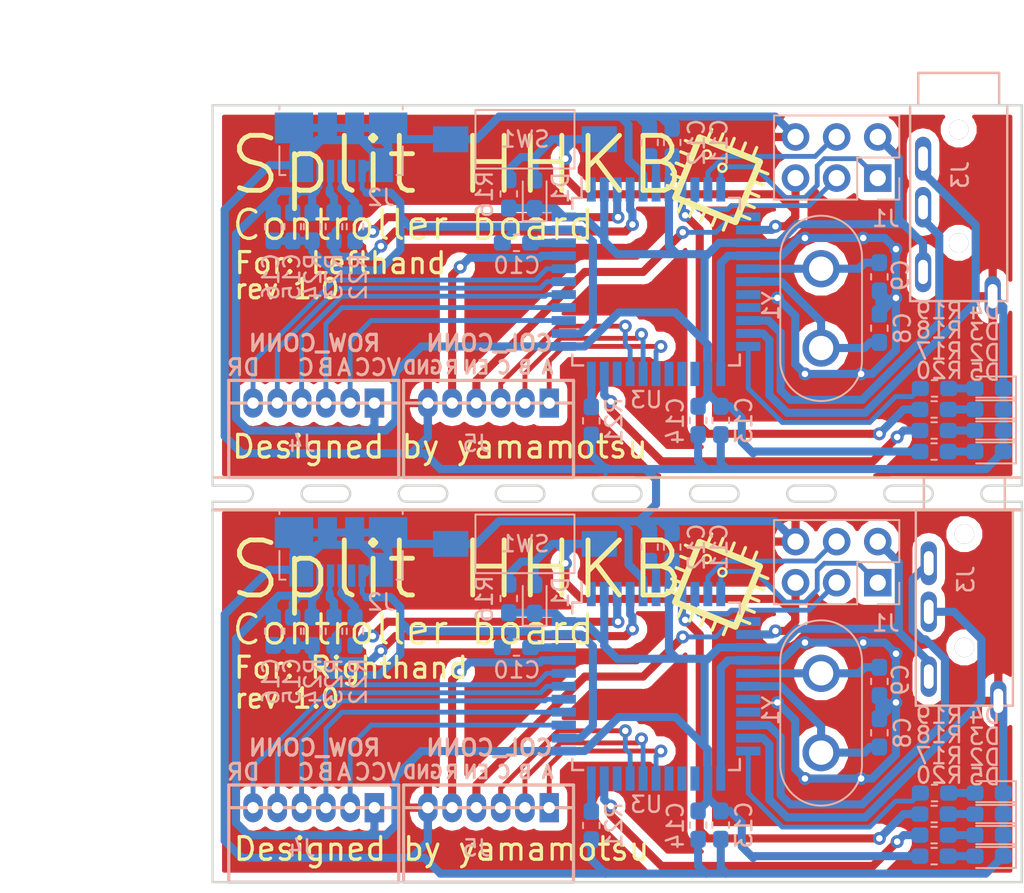
<source format=kicad_pcb>
(kicad_pcb (version 20171130) (host pcbnew "(5.0.2)-1")
  (layers (0 F.Cu signal) (31 B.Cu signal) (34 B.Paste user) (35 F.Paste user) (36 B.SilkS user) (37 F.SilkS user) (38 B.Mask user) (39 F.Mask user) (44 Edge.Cuts user))
  (net 0 "")
  (net 1 GND)
  (net 2 "Net-(C8-Pad1)")
  (net 3 "Net-(C9-Pad1)")
  (net 4 "Net-(C10-Pad1)")
  (net 5 +5V)
  (net 6 "Net-(C12-Pad1)")
  (net 7 "Net-(D2-Pad2)")
  (net 8 "Net-(D3-Pad2)")
  (net 9 "Net-(D4-Pad2)")
  (net 10 "Net-(D5-Pad2)")
  (net 11 "Net-(J2-Pad2)")
  (net 12 "Net-(J2-Pad3)")
  (net 13 /READ)
  (net 14 /COL_EN)
  (net 15 /COL_C)
  (net 16 /COL_B)
  (net 17 /COL_A)
  (net 18 /DRAIN)
  (net 19 /MUX_EN)
  (net 20 /MUX_C)
  (net 21 /MUX_B)
  (net 22 /MUX_A)
  (net 23 "Net-(J2-Pad4)")
  (net 24 "Net-(U3-Pad1)")
  (net 25 "Net-(U3-Pad18)")
  (net 26 "Net-(U3-Pad19)")
  (net 27 "Net-(U3-Pad26)")
  (net 28 "Net-(U3-Pad27)")
  (net 29 "Net-(U3-Pad31)")
  (net 30 "Net-(U3-Pad25)")
  (net 31 /RESET)
  (net 32 /MISO)
  (net 33 /SCK)
  (net 34 /MOSI)
  (net 35 /Rx)
  (net 36 /Tx)
  (net 37 /CLKLED)
  (net 38 /RXLED)
  (net 39 /TXLED)
  (net 40 /HWB)
  (net 41 /D+)
  (net 42 /D-)
  (module MyLib:TRRS_jack_MJ4PP9 (layer B.Cu) (at 96.45 75 270)
    (fp_text reference J3 (at 4.3 -0.1 270) (layer B.SilkS) (effects (justify mirror)))
    (fp_text value TRRS_Jack)
    (pad "" thru_hole circle (at 8.5 0 270) (size 1.2 1.2) (drill 1.2) (layers *.Cu *.Mask))
    (pad "" thru_hole circle (at 1.5 0 270) (size 1.2 1.2) (drill 1.2) (layers *.Cu *.Mask))
    (pad R2 thru_hole oval (at 3.3 2.2 270) (size 2.7 1) (drill oval 1.5 0.6) (layers *.Cu *.Mask) (net 35 /Rx))
    (pad R1 thru_hole oval (at 6.3 2.2 270) (size 2.5 1) (drill oval 1.5 0.6) (layers *.Cu *.Mask) (net 36 /Tx))
    (pad T thru_hole oval (at 10.3 2.2 270) (size 2.5 1) (drill oval 1.5 0.6) (layers *.Cu *.Mask) (net 5 +5V))
    (pad S thru_hole oval (at 11.8 -2.1 270) (size 2.5 1) (drill oval 1.5 0.6) (layers *.Cu *.Mask) (net 1 GND))
  )
  (module Resistor_SMD:R_0603_1608Metric_Pad1.05x0.95mm_HandSolder (layer B.Cu) (at 56.15 82.5 270)
    (fp_text reference R24 (at 3.1 -0.05 270) (layer B.SilkS) (effects (justify mirror)))
    (fp_text value 100k)
    (pad 1 smd roundrect (at -0.875 0 270) (size 1.05 0.95) (layers B.Cu B.Paste B.Mask) (net 5 +5V))
    (pad 2 smd roundrect (at 0.875 0 270) (size 1.05 0.95) (layers B.Cu B.Paste B.Mask) (net 1 GND))
  )
  (module Resistor_SMD:R_0603_1608Metric_Pad1.05x0.95mm_HandSolder (layer B.Cu) (at 73.4 94.5 270)
    (fp_text reference R21 (at 0 -1.4 270) (layer B.SilkS) (effects (justify mirror)))
    (fp_text value 10k)
    (pad 2 smd roundrect (at 0.875 0 270) (size 1.05 0.95) (layers B.Cu B.Paste B.Mask) (net 1 GND))
    (pad 1 smd roundrect (at -0.875 0 270) (size 1.05 0.95) (layers B.Cu B.Paste B.Mask) (net 40 /HWB))
  )
  (module Resistor_SMD:R_0603_1608Metric_Pad1.05x0.95mm_HandSolder (layer B.Cu) (at 58.8 82.5 270)
    (fp_text reference R22 (at 3.1 -0.2 270) (layer B.SilkS) (effects (justify mirror)))
    (fp_text value 22)
    (pad 2 smd roundrect (at 0.875 0 270) (size 1.05 0.95) (layers B.Cu B.Paste B.Mask) (net 41 /D+))
    (pad 1 smd roundrect (at -0.875 0 270) (size 1.05 0.95) (layers B.Cu B.Paste B.Mask) (net 12 "Net-(J2-Pad3)"))
  )
  (module Button_Switch_SMD:SW_SPST_FSMSM (layer B.Cu) (at 69.3 77.1)
    (fp_text reference SW1 (at 0 0) (layer B.SilkS) (effects (justify mirror)))
    (fp_text value RESET)
    (pad 2 smd rect (at 4.59 0) (size 2.18 1.6) (layers B.Cu B.Paste B.Mask) (net 31 /RESET))
    (pad 1 smd rect (at -4.59 0) (size 2.18 1.6) (layers B.Cu B.Paste B.Mask) (net 1 GND))
  )
  (module MyLib:ZH_6P_Horizontal (layer B.Cu) (at 70.8 93.4 180)
    (fp_text reference J5 (at 4.5 -2.5 180) (layer B.SilkS) (effects (justify mirror)))
    (fp_text value 6P_ZH_connector)
    (pad 6 thru_hole oval (at 7.5 0 180) (size 1.2 1.8) (drill 0.7) (layers *.Cu *.Mask) (net 1 GND))
    (pad 5 thru_hole oval (at 6 0 180) (size 1.2 1.8) (drill 0.7) (layers *.Cu *.Mask) (net 13 /READ))
    (pad 4 thru_hole oval (at 4.5 0 180) (size 1.2 1.8) (drill 0.7) (layers *.Cu *.Mask) (net 14 /COL_EN))
    (pad 3 thru_hole oval (at 3 0 180) (size 1.2 1.8) (drill 0.7) (layers *.Cu *.Mask) (net 15 /COL_C))
    (pad 2 thru_hole oval (at 1.5 0 180) (size 1.2 1.8) (drill 0.7) (layers *.Cu *.Mask) (net 16 /COL_B))
    (pad 1 thru_hole rect (at 0 0 180) (size 1.2 1.8) (drill 0.7) (layers *.Cu *.Mask) (net 17 /COL_A))
  )
  (module Resistor_SMD:R_0603_1608Metric_Pad1.05x0.95mm_HandSolder (layer B.Cu) (at 57.5 82.5 270)
    (fp_text reference R23 (at 3.1 0 270) (layer B.SilkS) (effects (justify mirror)))
    (fp_text value 22)
    (pad 1 smd roundrect (at -0.875 0 270) (size 1.05 0.95) (layers B.Cu B.Paste B.Mask) (net 11 "Net-(J2-Pad2)"))
    (pad 2 smd roundrect (at 0.875 0 270) (size 1.05 0.95) (layers B.Cu B.Paste B.Mask) (net 42 /D-))
  )
  (module MyLib:ZH_6P_Horizontal (layer B.Cu) (at 60 93.4 180)
    (fp_text reference J4 (at 4.5 -2.5 180) (layer B.SilkS) (effects (justify mirror)))
    (fp_text value 6P_ZH_connector)
    (pad 1 thru_hole rect (at 0 0 180) (size 1.2 1.8) (drill 0.7) (layers *.Cu *.Mask) (net 5 +5V))
    (pad 2 thru_hole oval (at 1.5 0 180) (size 1.2 1.8) (drill 0.7) (layers *.Cu *.Mask) (net 22 /MUX_A))
    (pad 3 thru_hole oval (at 3 0 180) (size 1.2 1.8) (drill 0.7) (layers *.Cu *.Mask) (net 21 /MUX_B))
    (pad 4 thru_hole oval (at 4.5 0 180) (size 1.2 1.8) (drill 0.7) (layers *.Cu *.Mask) (net 20 /MUX_C))
    (pad 5 thru_hole oval (at 6 0 180) (size 1.2 1.8) (drill 0.7) (layers *.Cu *.Mask) (net 19 /MUX_EN))
    (pad 6 thru_hole oval (at 7.5 0 180) (size 1.2 1.8) (drill 0.7) (layers *.Cu *.Mask) (net 18 /DRAIN))
  )
  (module Diode_SMD:D_0603_1608Metric_Pad1.05x0.95mm_HandSolder (layer B.Cu) (at 97.980986 93.795764 180)
    (fp_text reference D3 (at 0.280986 4.795764 180) (layer B.SilkS) (effects (justify mirror)))
    (fp_text value RX)
    (pad 1 smd roundrect (at -0.875 0 180) (size 1.05 0.95) (layers B.Cu B.Paste B.Mask) (net 1 GND))
    (pad 2 smd roundrect (at 0.875 0 180) (size 1.05 0.95) (layers B.Cu B.Paste B.Mask) (net 8 "Net-(D3-Pad2)"))
  )
  (module Resistor_SMD:R_0603_1608Metric_Pad1.05x0.95mm_HandSolder (layer B.Cu) (at 94.580986 93.795764)
    (fp_text reference R18 (at 0.319014 -4.895764) (layer B.SilkS) (effects (justify mirror)))
    (fp_text value 1k)
    (pad 1 smd roundrect (at -0.875 0) (size 1.05 0.95) (layers B.Cu B.Paste B.Mask) (net 38 /RXLED))
    (pad 2 smd roundrect (at 0.875 0) (size 1.05 0.95) (layers B.Cu B.Paste B.Mask) (net 8 "Net-(D3-Pad2)"))
  )
  (module Capacitor_SMD:C_0603_1608Metric_Pad1.05x0.95mm_HandSolder (layer B.Cu) (at 54.95 82.5 270)
    (fp_text reference C15 (at 3.1 0.05 270) (layer B.SilkS) (effects (justify mirror)))
    (fp_text value 0.1u)
    (pad 1 smd roundrect (at -0.875 0 270) (size 1.05 0.95) (layers B.Cu B.Paste B.Mask) (net 5 +5V))
    (pad 2 smd roundrect (at 0.875 0 270) (size 1.05 0.95) (layers B.Cu B.Paste B.Mask) (net 1 GND))
  )
  (module Diode_SMD:D_0603_1608Metric_Pad1.05x0.95mm_HandSolder (layer B.Cu) (at 69.9 80.5 90)
    (fp_text reference D1 (at 0.4 1.6 270) (layer B.SilkS) (effects (justify mirror)))
    (fp_text value D)
    (pad 2 smd roundrect (at 0.875 0 90) (size 1.05 0.95) (layers B.Cu B.Paste B.Mask) (net 31 /RESET))
    (pad 1 smd roundrect (at -0.875 0 90) (size 1.05 0.95) (layers B.Cu B.Paste B.Mask) (net 5 +5V))
  )
  (module Capacitor_SMD:C_0603_1608Metric_Pad1.05x0.95mm_HandSolder (layer B.Cu) (at 68.775 83.5 180)
    (fp_text reference C10 (at -0.025 -1.4 180) (layer B.SilkS) (effects (justify mirror)))
    (fp_text value 100n)
    (pad 2 smd roundrect (at 0.875 0 180) (size 1.05 0.95) (layers B.Cu B.Paste B.Mask) (net 1 GND))
    (pad 1 smd roundrect (at -0.875 0 180) (size 1.05 0.95) (layers B.Cu B.Paste B.Mask) (net 4 "Net-(C10-Pad1)"))
  )
  (module Resistor_SMD:R_0603_1608Metric_Pad1.05x0.95mm_HandSolder (layer B.Cu) (at 94.605986 92.495764)
    (fp_text reference R19 (at 0.294014 -4.795764) (layer B.SilkS) (effects (justify mirror)))
    (fp_text value 1k)
    (pad 2 smd roundrect (at 0.875 0) (size 1.05 0.95) (layers B.Cu B.Paste B.Mask) (net 9 "Net-(D4-Pad2)"))
    (pad 1 smd roundrect (at -0.875 0) (size 1.05 0.95) (layers B.Cu B.Paste B.Mask) (net 39 /TXLED))
  )
  (module Capacitor_SMD:C_0603_1608Metric_Pad1.05x0.95mm_HandSolder (layer B.Cu) (at 53.75 82.5 270)
    (fp_text reference C16 (at 3.1 0.15 270) (layer B.SilkS) (effects (justify mirror)))
    (fp_text value 22u)
    (pad 2 smd roundrect (at 0.875 0 270) (size 1.05 0.95) (layers B.Cu B.Paste B.Mask) (net 1 GND))
    (pad 1 smd roundrect (at -0.875 0 270) (size 1.05 0.95) (layers B.Cu B.Paste B.Mask) (net 5 +5V))
  )
  (module Capacitor_SMD:C_0603_1608Metric_Pad1.05x0.95mm_HandSolder (layer B.Cu) (at 91.2 85.6 270)
    (fp_text reference C9 (at -0.1 -1.3 90) (layer B.SilkS) (effects (justify mirror)))
    (fp_text value 22p)
    (pad 2 smd roundrect (at 0.875 0 270) (size 1.05 0.95) (layers B.Cu B.Paste B.Mask) (net 1 GND))
    (pad 1 smd roundrect (at -0.875 0 270) (size 1.05 0.95) (layers B.Cu B.Paste B.Mask) (net 3 "Net-(C9-Pad1)"))
  )
  (module Resistor_SMD:R_0603_1608Metric_Pad1.05x0.95mm_HandSolder (layer B.Cu) (at 94.580986 96.395764)
    (fp_text reference R20 (at 0.319014 -4.995764) (layer B.SilkS) (effects (justify mirror)))
    (fp_text value 1k)
    (pad 1 smd roundrect (at -0.875 0) (size 1.05 0.95) (layers B.Cu B.Paste B.Mask) (net 5 +5V))
    (pad 2 smd roundrect (at 0.875 0) (size 1.05 0.95) (layers B.Cu B.Paste B.Mask) (net 10 "Net-(D5-Pad2)"))
  )
  (module Resistor_SMD:R_0603_1608Metric_Pad1.05x0.95mm_HandSolder (layer B.Cu) (at 68.3 80.475 90)
    (fp_text reference R16 (at -0.025 -1.5 90) (layer B.SilkS) (effects (justify mirror)))
    (fp_text value 10k)
    (pad 2 smd roundrect (at 0.875 0 90) (size 1.05 0.95) (layers B.Cu B.Paste B.Mask) (net 31 /RESET))
    (pad 1 smd roundrect (at -0.875 0 90) (size 1.05 0.95) (layers B.Cu B.Paste B.Mask) (net 5 +5V))
  )
  (module Diode_SMD:D_0603_1608Metric_Pad1.05x0.95mm_HandSolder (layer B.Cu) (at 97.980986 96.395764 180)
    (fp_text reference D5 (at 0.280986 4.895764 180) (layer B.SilkS) (effects (justify mirror)))
    (fp_text value PWR)
    (pad 1 smd roundrect (at -0.875 0 180) (size 1.05 0.95) (layers B.Cu B.Paste B.Mask) (net 1 GND))
    (pad 2 smd roundrect (at 0.875 0 180) (size 1.05 0.95) (layers B.Cu B.Paste B.Mask) (net 10 "Net-(D5-Pad2)"))
  )
  (module Diode_SMD:D_0603_1608Metric_Pad1.05x0.95mm_HandSolder (layer B.Cu) (at 97.980986 95.095764 180)
    (fp_text reference D2 (at 0.280986 4.795764 180) (layer B.SilkS) (effects (justify mirror)))
    (fp_text value L)
    (pad 2 smd roundrect (at 0.875 0 180) (size 1.05 0.95) (layers B.Cu B.Paste B.Mask) (net 7 "Net-(D2-Pad2)"))
    (pad 1 smd roundrect (at -0.875 0 180) (size 1.05 0.95) (layers B.Cu B.Paste B.Mask) (net 1 GND))
  )
  (module Capacitor_SMD:C_0603_1608Metric_Pad1.05x0.95mm_HandSolder (layer B.Cu) (at 78.4 77.3 90)
    (fp_text reference C11 (at 0 2.9 90) (layer B.SilkS) (effects (justify mirror)))
    (fp_text value 0.1u)
    (pad 1 smd roundrect (at -0.875 0 90) (size 1.05 0.95) (layers B.Cu B.Paste B.Mask) (net 5 +5V))
    (pad 2 smd roundrect (at 0.875 0 90) (size 1.05 0.95) (layers B.Cu B.Paste B.Mask) (net 1 GND))
  )
  (module Diode_SMD:D_0603_1608Metric_Pad1.05x0.95mm_HandSolder (layer B.Cu) (at 97.980986 92.495764 180)
    (fp_text reference D4 (at 0.280986 4.795764 180) (layer B.SilkS) (effects (justify mirror)))
    (fp_text value TX)
    (pad 2 smd roundrect (at 0.875 0 180) (size 1.05 0.95) (layers B.Cu B.Paste B.Mask) (net 9 "Net-(D4-Pad2)"))
    (pad 1 smd roundrect (at -0.875 0 180) (size 1.05 0.95) (layers B.Cu B.Paste B.Mask) (net 1 GND))
  )
  (module Capacitor_SMD:C_0603_1608Metric_Pad1.05x0.95mm_HandSolder (layer B.Cu) (at 81.4 94.475 90)
    (fp_text reference C13 (at 0 1.43 90) (layer B.SilkS) (effects (justify mirror)))
    (fp_text value 1u)
    (pad 1 smd roundrect (at -0.875 0 90) (size 1.05 0.95) (layers B.Cu B.Paste B.Mask) (net 1 GND))
    (pad 2 smd roundrect (at 0.875 0 90) (size 1.05 0.95) (layers B.Cu B.Paste B.Mask) (net 5 +5V))
  )
  (module Resistor_SMD:R_0603_1608Metric_Pad1.05x0.95mm_HandSolder (layer B.Cu) (at 94.580986 95.095764)
    (fp_text reference R17 (at 0.319014 -4.895764) (layer B.SilkS) (effects (justify mirror)))
    (fp_text value 1k)
    (pad 1 smd roundrect (at -0.875 0) (size 1.05 0.95) (layers B.Cu B.Paste B.Mask) (net 37 /CLKLED))
    (pad 2 smd roundrect (at 0.875 0) (size 1.05 0.95) (layers B.Cu B.Paste B.Mask) (net 7 "Net-(D2-Pad2)"))
  )
  (module Capacitor_SMD:C_0603_1608Metric_Pad1.05x0.95mm_HandSolder (layer B.Cu) (at 77 77.3 90)
    (fp_text reference C12 (at 0 2.9 90) (layer B.SilkS) (effects (justify mirror)))
    (fp_text value 1u)
    (pad 1 smd roundrect (at -0.875 0 90) (size 1.05 0.95) (layers B.Cu B.Paste B.Mask) (net 6 "Net-(C12-Pad1)"))
    (pad 2 smd roundrect (at 0.875 0 90) (size 1.05 0.95) (layers B.Cu B.Paste B.Mask) (net 1 GND))
  )
  (module Capacitor_SMD:C_0603_1608Metric_Pad1.05x0.95mm_HandSolder (layer B.Cu) (at 80 94.475 90)
    (fp_text reference C14 (at -0.025 -1.4 90) (layer B.SilkS) (effects (justify mirror)))
    (fp_text value 1u)
    (pad 2 smd roundrect (at 0.875 0 90) (size 1.05 0.95) (layers B.Cu B.Paste B.Mask) (net 5 +5V))
    (pad 1 smd roundrect (at -0.875 0 90) (size 1.05 0.95) (layers B.Cu B.Paste B.Mask) (net 1 GND))
  )
  (module Crystal:Crystal_HC50_Vertical (layer B.Cu) (at 87.6 90 90)
    (fp_text reference Y1 (at 2.6 -3.1 90) (layer B.SilkS) (effects (justify mirror)))
    (fp_text value 16MHz)
    (pad 2 thru_hole circle (at 4.9 0 90) (size 2.3 2.3) (drill 1.5) (layers *.Cu *.Mask) (net 3 "Net-(C9-Pad1)"))
    (pad 1 thru_hole circle (at 0 0 90) (size 2.3 2.3) (drill 1.5) (layers *.Cu *.Mask) (net 2 "Net-(C8-Pad1)"))
  )
  (module Connector_USB:USB_Micro-B_Molex_47346-0001 (layer B.Cu) (at 57.9375 77.6)
    (fp_text reference J2 (at 2.4625 3.1 -180) (layer B.SilkS) (effects (justify mirror)))
    (fp_text value USB_B_Micro)
    (pad 1 smd rect (at -1.3 1.46) (size 0.45 1.38) (layers B.Cu B.Paste B.Mask) (net 5 +5V))
    (pad 2 smd rect (at -0.65 1.46) (size 0.45 1.38) (layers B.Cu B.Paste B.Mask) (net 11 "Net-(J2-Pad2)"))
    (pad 3 smd rect (at 0 1.46) (size 0.45 1.38) (layers B.Cu B.Paste B.Mask) (net 12 "Net-(J2-Pad3)"))
    (pad 4 smd rect (at 0.65 1.46) (size 0.45 1.38) (layers B.Cu B.Paste B.Mask) (net 23 "Net-(J2-Pad4)"))
    (pad 5 smd rect (at 1.3 1.46) (size 0.45 1.38) (layers B.Cu B.Paste B.Mask) (net 1 GND))
    (pad 6 smd rect (at -2.4625 1.1) (size 1.475 2.1) (layers B.Cu B.Paste B.Mask) (net 1 GND))
    (pad 6 smd rect (at 2.4625 1.1) (size 1.475 2.1) (layers B.Cu B.Paste B.Mask) (net 1 GND))
    (pad 6 smd rect (at -2.91 -1.2) (size 2.375 1.9) (layers B.Cu B.Paste B.Mask) (net 1 GND))
    (pad 6 smd rect (at 2.91 -1.2) (size 2.375 1.9) (layers B.Cu B.Paste B.Mask) (net 1 GND))
    (pad 6 smd rect (at -0.84 -1.2) (size 1.175 1.9) (layers B.Cu B.Paste B.Mask) (net 1 GND))
    (pad 6 smd rect (at 0.84 -1.2) (size 1.175 1.9) (layers B.Cu B.Paste B.Mask) (net 1 GND))
  )
  (module MyLib:IC_Sticker (layer F.Cu) (at 81.2 79.6 338)
    (fp_text reference REF** hide)
    (fp_text value IC_Sticker hide)
  )
  (module Capacitor_SMD:C_0603_1608Metric_Pad1.05x0.95mm_HandSolder (layer B.Cu) (at 91.2 88.775 90)
    (fp_text reference C8 (at 0 1.43 90) (layer B.SilkS) (effects (justify mirror)))
    (fp_text value 22p)
    (pad 1 smd roundrect (at -0.875 0 90) (size 1.05 0.95) (layers B.Cu B.Paste B.Mask) (net 2 "Net-(C8-Pad1)"))
    (pad 2 smd roundrect (at 0.875 0 90) (size 1.05 0.95) (layers B.Cu B.Paste B.Mask) (net 1 GND))
  )
  (module Package_QFP:TQFP-44_10x10mm_P0.8mm (layer B.Cu) (at 77.4 85.9 270)
    (fp_text reference U3 (at 7.3 0.6 180) (layer B.SilkS) (effects (justify mirror)))
    (fp_text value ATmega32U4-AU)
    (pad 44 smd rect (at -4 5.7 180) (size 1.5 0.55) (layers B.Cu B.Paste B.Mask) (net 5 +5V))
    (pad 43 smd rect (at -3.2 5.7 180) (size 1.5 0.55) (layers B.Cu B.Paste B.Mask) (net 1 GND))
    (pad 42 smd rect (at -2.4 5.7 180) (size 1.5 0.55) (layers B.Cu B.Paste B.Mask) (net 4 "Net-(C10-Pad1)"))
    (pad 41 smd rect (at -1.6 5.7 180) (size 1.5 0.55) (layers B.Cu B.Paste B.Mask) (net 13 /READ))
    (pad 40 smd rect (at -0.8 5.7 180) (size 1.5 0.55) (layers B.Cu B.Paste B.Mask) (net 18 /DRAIN))
    (pad 39 smd rect (at 0 5.7 180) (size 1.5 0.55) (layers B.Cu B.Paste B.Mask) (net 19 /MUX_EN))
    (pad 38 smd rect (at 0.8 5.7 180) (size 1.5 0.55) (layers B.Cu B.Paste B.Mask) (net 20 /MUX_C))
    (pad 37 smd rect (at 1.6 5.7 180) (size 1.5 0.55) (layers B.Cu B.Paste B.Mask) (net 21 /MUX_B))
    (pad 36 smd rect (at 2.4 5.7 180) (size 1.5 0.55) (layers B.Cu B.Paste B.Mask) (net 22 /MUX_A))
    (pad 35 smd rect (at 3.2 5.7 180) (size 1.5 0.55) (layers B.Cu B.Paste B.Mask) (net 1 GND))
    (pad 34 smd rect (at 4 5.7 180) (size 1.5 0.55) (layers B.Cu B.Paste B.Mask) (net 5 +5V))
    (pad 33 smd rect (at 5.7 4 270) (size 1.5 0.55) (layers B.Cu B.Paste B.Mask) (net 40 /HWB))
    (pad 32 smd rect (at 5.7 3.2 270) (size 1.5 0.55) (layers B.Cu B.Paste B.Mask) (net 37 /CLKLED))
    (pad 31 smd rect (at 5.7 2.4 270) (size 1.5 0.55) (layers B.Cu B.Paste B.Mask) (net 29 "Net-(U3-Pad31)"))
    (pad 30 smd rect (at 5.7 1.6 270) (size 1.5 0.55) (layers B.Cu B.Paste B.Mask) (net 15 /COL_C))
    (pad 29 smd rect (at 5.7 0.8 270) (size 1.5 0.55) (layers B.Cu B.Paste B.Mask) (net 16 /COL_B))
    (pad 28 smd rect (at 5.7 0 270) (size 1.5 0.55) (layers B.Cu B.Paste B.Mask) (net 17 /COL_A))
    (pad 27 smd rect (at 5.7 -0.8 270) (size 1.5 0.55) (layers B.Cu B.Paste B.Mask) (net 28 "Net-(U3-Pad27)"))
    (pad 26 smd rect (at 5.7 -1.6 270) (size 1.5 0.55) (layers B.Cu B.Paste B.Mask) (net 27 "Net-(U3-Pad26)"))
    (pad 25 smd rect (at 5.7 -2.4 270) (size 1.5 0.55) (layers B.Cu B.Paste B.Mask) (net 30 "Net-(U3-Pad25)"))
    (pad 24 smd rect (at 5.7 -3.2 270) (size 1.5 0.55) (layers B.Cu B.Paste B.Mask) (net 5 +5V))
    (pad 23 smd rect (at 5.7 -4 270) (size 1.5 0.55) (layers B.Cu B.Paste B.Mask) (net 1 GND))
    (pad 22 smd rect (at 4 -5.7 180) (size 1.5 0.55) (layers B.Cu B.Paste B.Mask) (net 39 /TXLED))
    (pad 21 smd rect (at 3.2 -5.7 180) (size 1.5 0.55) (layers B.Cu B.Paste B.Mask) (net 36 /Tx))
    (pad 20 smd rect (at 2.4 -5.7 180) (size 1.5 0.55) (layers B.Cu B.Paste B.Mask) (net 35 /Rx))
    (pad 19 smd rect (at 1.6 -5.7 180) (size 1.5 0.55) (layers B.Cu B.Paste B.Mask) (net 26 "Net-(U3-Pad19)"))
    (pad 18 smd rect (at 0.8 -5.7 180) (size 1.5 0.55) (layers B.Cu B.Paste B.Mask) (net 25 "Net-(U3-Pad18)"))
    (pad 17 smd rect (at 0 -5.7 180) (size 1.5 0.55) (layers B.Cu B.Paste B.Mask) (net 2 "Net-(C8-Pad1)"))
    (pad 16 smd rect (at -0.8 -5.7 180) (size 1.5 0.55) (layers B.Cu B.Paste B.Mask) (net 3 "Net-(C9-Pad1)"))
    (pad 15 smd rect (at -1.6 -5.7 180) (size 1.5 0.55) (layers B.Cu B.Paste B.Mask) (net 1 GND))
    (pad 14 smd rect (at -2.4 -5.7 180) (size 1.5 0.55) (layers B.Cu B.Paste B.Mask) (net 5 +5V))
    (pad 13 smd rect (at -3.2 -5.7 180) (size 1.5 0.55) (layers B.Cu B.Paste B.Mask) (net 31 /RESET))
    (pad 12 smd rect (at -4 -5.7 180) (size 1.5 0.55) (layers B.Cu B.Paste B.Mask) (net 14 /COL_EN))
    (pad 11 smd rect (at -5.7 -4 270) (size 1.5 0.55) (layers B.Cu B.Paste B.Mask) (net 32 /MISO))
    (pad 10 smd rect (at -5.7 -3.2 270) (size 1.5 0.55) (layers B.Cu B.Paste B.Mask) (net 34 /MOSI))
    (pad 9 smd rect (at -5.7 -2.4 270) (size 1.5 0.55) (layers B.Cu B.Paste B.Mask) (net 33 /SCK))
    (pad 8 smd rect (at -5.7 -1.6 270) (size 1.5 0.55) (layers B.Cu B.Paste B.Mask) (net 38 /RXLED))
    (pad 7 smd rect (at -5.7 -0.8 270) (size 1.5 0.55) (layers B.Cu B.Paste B.Mask) (net 5 +5V))
    (pad 6 smd rect (at -5.7 0 270) (size 1.5 0.55) (layers B.Cu B.Paste B.Mask) (net 6 "Net-(C12-Pad1)"))
    (pad 5 smd rect (at -5.7 0.8 270) (size 1.5 0.55) (layers B.Cu B.Paste B.Mask) (net 1 GND))
    (pad 4 smd rect (at -5.7 1.6 270) (size 1.5 0.55) (layers B.Cu B.Paste B.Mask) (net 42 /D-))
    (pad 3 smd rect (at -5.7 2.4 270) (size 1.5 0.55) (layers B.Cu B.Paste B.Mask) (net 41 /D+))
    (pad 2 smd rect (at -5.7 3.2 270) (size 1.5 0.55) (layers B.Cu B.Paste B.Mask) (net 5 +5V))
    (pad 1 smd rect (at -5.7 4 270) (size 1.5 0.55) (layers B.Cu B.Paste B.Mask) (net 24 "Net-(U3-Pad1)"))
  )
  (module Connector_PinHeader_2.54mm:PinHeader_2x03_P2.54mm_Vertical (layer B.Cu) (at 91.1 79.5 90)
    (fp_text reference J1 (at -2.5 0.5 180) (layer B.SilkS) (effects (justify mirror)))
    (fp_text value ICSP)
    (pad 6 thru_hole oval (at 2.54 -5.08 90) (size 1.7 1.7) (drill 1) (layers *.Cu *.Mask) (net 1 GND))
    (pad 5 thru_hole oval (at 0 -5.08 90) (size 1.7 1.7) (drill 1) (layers *.Cu *.Mask) (net 31 /RESET))
    (pad 4 thru_hole oval (at 2.54 -2.54 90) (size 1.7 1.7) (drill 1) (layers *.Cu *.Mask) (net 34 /MOSI))
    (pad 3 thru_hole oval (at 0 -2.54 90) (size 1.7 1.7) (drill 1) (layers *.Cu *.Mask) (net 33 /SCK))
    (pad 2 thru_hole oval (at 2.54 0 90) (size 1.7 1.7) (drill 1) (layers *.Cu *.Mask) (net 5 +5V))
    (pad 1 thru_hole rect (at 0 0 90) (size 1.7 1.7) (drill 1) (layers *.Cu *.Mask) (net 32 /MISO))
  )
  (module MyLib:IC_Sticker (layer F.Cu) (at 81.2 54.6 338)
    (fp_text reference REF** hide)
    (fp_text value IC_Sticker hide)
  )
  (module Connector_USB:USB_Micro-B_Molex_47346-0001 (layer B.Cu) (at 57.9375 52.6)
    (fp_text reference J2 (at 2.4625 3.1 -180) (layer B.SilkS) (effects (justify mirror)))
    (fp_text value USB_B_Micro)
    (pad 6 smd rect (at 0.84 -1.2) (size 1.175 1.9) (layers B.Cu B.Paste B.Mask) (net 1 GND))
    (pad 6 smd rect (at -0.84 -1.2) (size 1.175 1.9) (layers B.Cu B.Paste B.Mask) (net 1 GND))
    (pad 6 smd rect (at 2.91 -1.2) (size 2.375 1.9) (layers B.Cu B.Paste B.Mask) (net 1 GND))
    (pad 6 smd rect (at -2.91 -1.2) (size 2.375 1.9) (layers B.Cu B.Paste B.Mask) (net 1 GND))
    (pad 6 smd rect (at 2.4625 1.1) (size 1.475 2.1) (layers B.Cu B.Paste B.Mask) (net 1 GND))
    (pad 6 smd rect (at -2.4625 1.1) (size 1.475 2.1) (layers B.Cu B.Paste B.Mask) (net 1 GND))
    (pad 5 smd rect (at 1.3 1.46) (size 0.45 1.38) (layers B.Cu B.Paste B.Mask) (net 1 GND))
    (pad 4 smd rect (at 0.65 1.46) (size 0.45 1.38) (layers B.Cu B.Paste B.Mask) (net 23 "Net-(J2-Pad4)"))
    (pad 3 smd rect (at 0 1.46) (size 0.45 1.38) (layers B.Cu B.Paste B.Mask) (net 12 "Net-(J2-Pad3)"))
    (pad 2 smd rect (at -0.65 1.46) (size 0.45 1.38) (layers B.Cu B.Paste B.Mask) (net 11 "Net-(J2-Pad2)"))
    (pad 1 smd rect (at -1.3 1.46) (size 0.45 1.38) (layers B.Cu B.Paste B.Mask) (net 5 +5V))
  )
  (module Connector_PinHeader_2.54mm:PinHeader_2x03_P2.54mm_Vertical (layer B.Cu) (at 91.1 54.5 90)
    (fp_text reference J1 (at -2.5 0.5 180) (layer B.SilkS) (effects (justify mirror)))
    (fp_text value ICSP)
    (pad 1 thru_hole rect (at 0 0 90) (size 1.7 1.7) (drill 1) (layers *.Cu *.Mask) (net 32 /MISO))
    (pad 2 thru_hole oval (at 2.54 0 90) (size 1.7 1.7) (drill 1) (layers *.Cu *.Mask) (net 5 +5V))
    (pad 3 thru_hole oval (at 0 -2.54 90) (size 1.7 1.7) (drill 1) (layers *.Cu *.Mask) (net 33 /SCK))
    (pad 4 thru_hole oval (at 2.54 -2.54 90) (size 1.7 1.7) (drill 1) (layers *.Cu *.Mask) (net 34 /MOSI))
    (pad 5 thru_hole oval (at 0 -5.08 90) (size 1.7 1.7) (drill 1) (layers *.Cu *.Mask) (net 31 /RESET))
    (pad 6 thru_hole oval (at 2.54 -5.08 90) (size 1.7 1.7) (drill 1) (layers *.Cu *.Mask) (net 1 GND))
  )
  (module Package_QFP:TQFP-44_10x10mm_P0.8mm (layer B.Cu) (at 77.4 60.9 270)
    (fp_text reference U3 (at 7.3 0.6 180) (layer B.SilkS) (effects (justify mirror)))
    (fp_text value ATmega32U4-AU)
    (pad 1 smd rect (at -5.7 4 270) (size 1.5 0.55) (layers B.Cu B.Paste B.Mask) (net 24 "Net-(U3-Pad1)"))
    (pad 2 smd rect (at -5.7 3.2 270) (size 1.5 0.55) (layers B.Cu B.Paste B.Mask) (net 5 +5V))
    (pad 3 smd rect (at -5.7 2.4 270) (size 1.5 0.55) (layers B.Cu B.Paste B.Mask) (net 41 /D+))
    (pad 4 smd rect (at -5.7 1.6 270) (size 1.5 0.55) (layers B.Cu B.Paste B.Mask) (net 42 /D-))
    (pad 5 smd rect (at -5.7 0.8 270) (size 1.5 0.55) (layers B.Cu B.Paste B.Mask) (net 1 GND))
    (pad 6 smd rect (at -5.7 0 270) (size 1.5 0.55) (layers B.Cu B.Paste B.Mask) (net 6 "Net-(C12-Pad1)"))
    (pad 7 smd rect (at -5.7 -0.8 270) (size 1.5 0.55) (layers B.Cu B.Paste B.Mask) (net 5 +5V))
    (pad 8 smd rect (at -5.7 -1.6 270) (size 1.5 0.55) (layers B.Cu B.Paste B.Mask) (net 38 /RXLED))
    (pad 9 smd rect (at -5.7 -2.4 270) (size 1.5 0.55) (layers B.Cu B.Paste B.Mask) (net 33 /SCK))
    (pad 10 smd rect (at -5.7 -3.2 270) (size 1.5 0.55) (layers B.Cu B.Paste B.Mask) (net 34 /MOSI))
    (pad 11 smd rect (at -5.7 -4 270) (size 1.5 0.55) (layers B.Cu B.Paste B.Mask) (net 32 /MISO))
    (pad 12 smd rect (at -4 -5.7 180) (size 1.5 0.55) (layers B.Cu B.Paste B.Mask) (net 14 /COL_EN))
    (pad 13 smd rect (at -3.2 -5.7 180) (size 1.5 0.55) (layers B.Cu B.Paste B.Mask) (net 31 /RESET))
    (pad 14 smd rect (at -2.4 -5.7 180) (size 1.5 0.55) (layers B.Cu B.Paste B.Mask) (net 5 +5V))
    (pad 15 smd rect (at -1.6 -5.7 180) (size 1.5 0.55) (layers B.Cu B.Paste B.Mask) (net 1 GND))
    (pad 16 smd rect (at -0.8 -5.7 180) (size 1.5 0.55) (layers B.Cu B.Paste B.Mask) (net 3 "Net-(C9-Pad1)"))
    (pad 17 smd rect (at 0 -5.7 180) (size 1.5 0.55) (layers B.Cu B.Paste B.Mask) (net 2 "Net-(C8-Pad1)"))
    (pad 18 smd rect (at 0.8 -5.7 180) (size 1.5 0.55) (layers B.Cu B.Paste B.Mask) (net 25 "Net-(U3-Pad18)"))
    (pad 19 smd rect (at 1.6 -5.7 180) (size 1.5 0.55) (layers B.Cu B.Paste B.Mask) (net 26 "Net-(U3-Pad19)"))
    (pad 20 smd rect (at 2.4 -5.7 180) (size 1.5 0.55) (layers B.Cu B.Paste B.Mask) (net 35 /Rx))
    (pad 21 smd rect (at 3.2 -5.7 180) (size 1.5 0.55) (layers B.Cu B.Paste B.Mask) (net 36 /Tx))
    (pad 22 smd rect (at 4 -5.7 180) (size 1.5 0.55) (layers B.Cu B.Paste B.Mask) (net 39 /TXLED))
    (pad 23 smd rect (at 5.7 -4 270) (size 1.5 0.55) (layers B.Cu B.Paste B.Mask) (net 1 GND))
    (pad 24 smd rect (at 5.7 -3.2 270) (size 1.5 0.55) (layers B.Cu B.Paste B.Mask) (net 5 +5V))
    (pad 25 smd rect (at 5.7 -2.4 270) (size 1.5 0.55) (layers B.Cu B.Paste B.Mask) (net 30 "Net-(U3-Pad25)"))
    (pad 26 smd rect (at 5.7 -1.6 270) (size 1.5 0.55) (layers B.Cu B.Paste B.Mask) (net 27 "Net-(U3-Pad26)"))
    (pad 27 smd rect (at 5.7 -0.8 270) (size 1.5 0.55) (layers B.Cu B.Paste B.Mask) (net 28 "Net-(U3-Pad27)"))
    (pad 28 smd rect (at 5.7 0 270) (size 1.5 0.55) (layers B.Cu B.Paste B.Mask) (net 17 /COL_A))
    (pad 29 smd rect (at 5.7 0.8 270) (size 1.5 0.55) (layers B.Cu B.Paste B.Mask) (net 16 /COL_B))
    (pad 30 smd rect (at 5.7 1.6 270) (size 1.5 0.55) (layers B.Cu B.Paste B.Mask) (net 15 /COL_C))
    (pad 31 smd rect (at 5.7 2.4 270) (size 1.5 0.55) (layers B.Cu B.Paste B.Mask) (net 29 "Net-(U3-Pad31)"))
    (pad 32 smd rect (at 5.7 3.2 270) (size 1.5 0.55) (layers B.Cu B.Paste B.Mask) (net 37 /CLKLED))
    (pad 33 smd rect (at 5.7 4 270) (size 1.5 0.55) (layers B.Cu B.Paste B.Mask) (net 40 /HWB))
    (pad 34 smd rect (at 4 5.7 180) (size 1.5 0.55) (layers B.Cu B.Paste B.Mask) (net 5 +5V))
    (pad 35 smd rect (at 3.2 5.7 180) (size 1.5 0.55) (layers B.Cu B.Paste B.Mask) (net 1 GND))
    (pad 36 smd rect (at 2.4 5.7 180) (size 1.5 0.55) (layers B.Cu B.Paste B.Mask) (net 22 /MUX_A))
    (pad 37 smd rect (at 1.6 5.7 180) (size 1.5 0.55) (layers B.Cu B.Paste B.Mask) (net 21 /MUX_B))
    (pad 38 smd rect (at 0.8 5.7 180) (size 1.5 0.55) (layers B.Cu B.Paste B.Mask) (net 20 /MUX_C))
    (pad 39 smd rect (at 0 5.7 180) (size 1.5 0.55) (layers B.Cu B.Paste B.Mask) (net 19 /MUX_EN))
    (pad 40 smd rect (at -0.8 5.7 180) (size 1.5 0.55) (layers B.Cu B.Paste B.Mask) (net 18 /DRAIN))
    (pad 41 smd rect (at -1.6 5.7 180) (size 1.5 0.55) (layers B.Cu B.Paste B.Mask) (net 13 /READ))
    (pad 42 smd rect (at -2.4 5.7 180) (size 1.5 0.55) (layers B.Cu B.Paste B.Mask) (net 4 "Net-(C10-Pad1)"))
    (pad 43 smd rect (at -3.2 5.7 180) (size 1.5 0.55) (layers B.Cu B.Paste B.Mask) (net 1 GND))
    (pad 44 smd rect (at -4 5.7 180) (size 1.5 0.55) (layers B.Cu B.Paste B.Mask) (net 5 +5V))
  )
  (module Crystal:Crystal_HC50_Vertical (layer B.Cu) (at 87.6 65 90)
    (fp_text reference Y1 (at 2.6 -3.1 90) (layer B.SilkS) (effects (justify mirror)))
    (fp_text value 16MHz)
    (pad 1 thru_hole circle (at 0 0 90) (size 2.3 2.3) (drill 1.5) (layers *.Cu *.Mask) (net 2 "Net-(C8-Pad1)"))
    (pad 2 thru_hole circle (at 4.9 0 90) (size 2.3 2.3) (drill 1.5) (layers *.Cu *.Mask) (net 3 "Net-(C9-Pad1)"))
  )
  (module MyLib:TRRS_jack_MJ4PP9 (layer B.Cu) (at 96.1 50 270)
    (fp_text reference J3 (at 4.3 -0.1 270) (layer B.SilkS) (effects (justify mirror)))
    (fp_text value TRRS_Jack)
    (pad S thru_hole oval (at 11.8 -2.1 270) (size 2.5 1) (drill oval 1.5 0.6) (layers *.Cu *.Mask) (net 1 GND))
    (pad T thru_hole oval (at 10.3 2.2 270) (size 2.5 1) (drill oval 1.5 0.6) (layers *.Cu *.Mask) (net 5 +5V))
    (pad R1 thru_hole oval (at 6.3 2.2 270) (size 2.5 1) (drill oval 1.5 0.6) (layers *.Cu *.Mask) (net 35 /Rx))
    (pad R2 thru_hole oval (at 3.3 2.2 270) (size 2.7 1) (drill oval 1.5 0.6) (layers *.Cu *.Mask) (net 36 /Tx))
    (pad "" thru_hole circle (at 1.5 0 270) (size 1.2 1.2) (drill 1.2) (layers *.Cu *.Mask))
    (pad "" thru_hole circle (at 8.5 0 270) (size 1.2 1.2) (drill 1.2) (layers *.Cu *.Mask))
  )
  (module Capacitor_SMD:C_0603_1608Metric_Pad1.05x0.95mm_HandSolder (layer B.Cu) (at 91.2 63.775 90)
    (fp_text reference C8 (at 0 1.43 90) (layer B.SilkS) (effects (justify mirror)))
    (fp_text value 22p)
    (pad 2 smd roundrect (at 0.875 0 90) (size 1.05 0.95) (layers B.Cu B.Paste B.Mask) (net 1 GND))
    (pad 1 smd roundrect (at -0.875 0 90) (size 1.05 0.95) (layers B.Cu B.Paste B.Mask) (net 2 "Net-(C8-Pad1)"))
  )
  (module Capacitor_SMD:C_0603_1608Metric_Pad1.05x0.95mm_HandSolder (layer B.Cu) (at 91.2 60.6 270)
    (fp_text reference C9 (at -0.1 -1.3 90) (layer B.SilkS) (effects (justify mirror)))
    (fp_text value 22p)
    (pad 1 smd roundrect (at -0.875 0 270) (size 1.05 0.95) (layers B.Cu B.Paste B.Mask) (net 3 "Net-(C9-Pad1)"))
    (pad 2 smd roundrect (at 0.875 0 270) (size 1.05 0.95) (layers B.Cu B.Paste B.Mask) (net 1 GND))
  )
  (module Capacitor_SMD:C_0603_1608Metric_Pad1.05x0.95mm_HandSolder (layer B.Cu) (at 68.775 58.5 180)
    (fp_text reference C10 (at -0.025 -1.4 180) (layer B.SilkS) (effects (justify mirror)))
    (fp_text value 100n)
    (pad 1 smd roundrect (at -0.875 0 180) (size 1.05 0.95) (layers B.Cu B.Paste B.Mask) (net 4 "Net-(C10-Pad1)"))
    (pad 2 smd roundrect (at 0.875 0 180) (size 1.05 0.95) (layers B.Cu B.Paste B.Mask) (net 1 GND))
  )
  (module Capacitor_SMD:C_0603_1608Metric_Pad1.05x0.95mm_HandSolder (layer B.Cu) (at 78.4 52.3 90)
    (fp_text reference C11 (at 0 2.9 90) (layer B.SilkS) (effects (justify mirror)))
    (fp_text value 0.1u)
    (pad 2 smd roundrect (at 0.875 0 90) (size 1.05 0.95) (layers B.Cu B.Paste B.Mask) (net 1 GND))
    (pad 1 smd roundrect (at -0.875 0 90) (size 1.05 0.95) (layers B.Cu B.Paste B.Mask) (net 5 +5V))
  )
  (module Capacitor_SMD:C_0603_1608Metric_Pad1.05x0.95mm_HandSolder (layer B.Cu) (at 77 52.3 90)
    (fp_text reference C12 (at 0 2.9 90) (layer B.SilkS) (effects (justify mirror)))
    (fp_text value 1u)
    (pad 2 smd roundrect (at 0.875 0 90) (size 1.05 0.95) (layers B.Cu B.Paste B.Mask) (net 1 GND))
    (pad 1 smd roundrect (at -0.875 0 90) (size 1.05 0.95) (layers B.Cu B.Paste B.Mask) (net 6 "Net-(C12-Pad1)"))
  )
  (module Capacitor_SMD:C_0603_1608Metric_Pad1.05x0.95mm_HandSolder (layer B.Cu) (at 81.4 69.475 90)
    (fp_text reference C13 (at 0 1.43 90) (layer B.SilkS) (effects (justify mirror)))
    (fp_text value 1u)
    (pad 2 smd roundrect (at 0.875 0 90) (size 1.05 0.95) (layers B.Cu B.Paste B.Mask) (net 5 +5V))
    (pad 1 smd roundrect (at -0.875 0 90) (size 1.05 0.95) (layers B.Cu B.Paste B.Mask) (net 1 GND))
  )
  (module Capacitor_SMD:C_0603_1608Metric_Pad1.05x0.95mm_HandSolder (layer B.Cu) (at 80 69.475 90)
    (fp_text reference C14 (at -0.025 -1.4 90) (layer B.SilkS) (effects (justify mirror)))
    (fp_text value 1u)
    (pad 1 smd roundrect (at -0.875 0 90) (size 1.05 0.95) (layers B.Cu B.Paste B.Mask) (net 1 GND))
    (pad 2 smd roundrect (at 0.875 0 90) (size 1.05 0.95) (layers B.Cu B.Paste B.Mask) (net 5 +5V))
  )
  (module Capacitor_SMD:C_0603_1608Metric_Pad1.05x0.95mm_HandSolder (layer B.Cu) (at 54.95 57.5 270)
    (fp_text reference C15 (at 3.1 0.05 270) (layer B.SilkS) (effects (justify mirror)))
    (fp_text value 0.1u)
    (pad 2 smd roundrect (at 0.875 0 270) (size 1.05 0.95) (layers B.Cu B.Paste B.Mask) (net 1 GND))
    (pad 1 smd roundrect (at -0.875 0 270) (size 1.05 0.95) (layers B.Cu B.Paste B.Mask) (net 5 +5V))
  )
  (module Capacitor_SMD:C_0603_1608Metric_Pad1.05x0.95mm_HandSolder (layer B.Cu) (at 53.75 57.5 270)
    (fp_text reference C16 (at 3.1 0.15 270) (layer B.SilkS) (effects (justify mirror)))
    (fp_text value 22u)
    (pad 1 smd roundrect (at -0.875 0 270) (size 1.05 0.95) (layers B.Cu B.Paste B.Mask) (net 5 +5V))
    (pad 2 smd roundrect (at 0.875 0 270) (size 1.05 0.95) (layers B.Cu B.Paste B.Mask) (net 1 GND))
  )
  (module Diode_SMD:D_0603_1608Metric_Pad1.05x0.95mm_HandSolder (layer B.Cu) (at 69.9 55.5 90)
    (fp_text reference D1 (at 0.4 1.6 270) (layer B.SilkS) (effects (justify mirror)))
    (fp_text value D)
    (pad 1 smd roundrect (at -0.875 0 90) (size 1.05 0.95) (layers B.Cu B.Paste B.Mask) (net 5 +5V))
    (pad 2 smd roundrect (at 0.875 0 90) (size 1.05 0.95) (layers B.Cu B.Paste B.Mask) (net 31 /RESET))
  )
  (module Diode_SMD:D_0603_1608Metric_Pad1.05x0.95mm_HandSolder (layer B.Cu) (at 97.980986 70.095764 180)
    (fp_text reference D2 (at 0.280986 4.795764 180) (layer B.SilkS) (effects (justify mirror)))
    (fp_text value L)
    (pad 1 smd roundrect (at -0.875 0 180) (size 1.05 0.95) (layers B.Cu B.Paste B.Mask) (net 1 GND))
    (pad 2 smd roundrect (at 0.875 0 180) (size 1.05 0.95) (layers B.Cu B.Paste B.Mask) (net 7 "Net-(D2-Pad2)"))
  )
  (module Diode_SMD:D_0603_1608Metric_Pad1.05x0.95mm_HandSolder (layer B.Cu) (at 97.980986 68.795764 180)
    (fp_text reference D3 (at 0.280986 4.795764 180) (layer B.SilkS) (effects (justify mirror)))
    (fp_text value RX)
    (pad 2 smd roundrect (at 0.875 0 180) (size 1.05 0.95) (layers B.Cu B.Paste B.Mask) (net 8 "Net-(D3-Pad2)"))
    (pad 1 smd roundrect (at -0.875 0 180) (size 1.05 0.95) (layers B.Cu B.Paste B.Mask) (net 1 GND))
  )
  (module Diode_SMD:D_0603_1608Metric_Pad1.05x0.95mm_HandSolder (layer B.Cu) (at 97.980986 67.495764 180)
    (fp_text reference D4 (at 0.280986 4.795764 180) (layer B.SilkS) (effects (justify mirror)))
    (fp_text value TX)
    (pad 1 smd roundrect (at -0.875 0 180) (size 1.05 0.95) (layers B.Cu B.Paste B.Mask) (net 1 GND))
    (pad 2 smd roundrect (at 0.875 0 180) (size 1.05 0.95) (layers B.Cu B.Paste B.Mask) (net 9 "Net-(D4-Pad2)"))
  )
  (module Diode_SMD:D_0603_1608Metric_Pad1.05x0.95mm_HandSolder (layer B.Cu) (at 97.980986 71.395764 180)
    (fp_text reference D5 (at 0.280986 4.895764 180) (layer B.SilkS) (effects (justify mirror)))
    (fp_text value PWR)
    (pad 2 smd roundrect (at 0.875 0 180) (size 1.05 0.95) (layers B.Cu B.Paste B.Mask) (net 10 "Net-(D5-Pad2)"))
    (pad 1 smd roundrect (at -0.875 0 180) (size 1.05 0.95) (layers B.Cu B.Paste B.Mask) (net 1 GND))
  )
  (module Resistor_SMD:R_0603_1608Metric_Pad1.05x0.95mm_HandSolder (layer B.Cu) (at 68.3 55.475 90)
    (fp_text reference R16 (at -0.025 -1.5 90) (layer B.SilkS) (effects (justify mirror)))
    (fp_text value 10k)
    (pad 1 smd roundrect (at -0.875 0 90) (size 1.05 0.95) (layers B.Cu B.Paste B.Mask) (net 5 +5V))
    (pad 2 smd roundrect (at 0.875 0 90) (size 1.05 0.95) (layers B.Cu B.Paste B.Mask) (net 31 /RESET))
  )
  (module Resistor_SMD:R_0603_1608Metric_Pad1.05x0.95mm_HandSolder (layer B.Cu) (at 94.580986 70.095764)
    (fp_text reference R17 (at 0.319014 -4.895764) (layer B.SilkS) (effects (justify mirror)))
    (fp_text value 1k)
    (pad 2 smd roundrect (at 0.875 0) (size 1.05 0.95) (layers B.Cu B.Paste B.Mask) (net 7 "Net-(D2-Pad2)"))
    (pad 1 smd roundrect (at -0.875 0) (size 1.05 0.95) (layers B.Cu B.Paste B.Mask) (net 37 /CLKLED))
  )
  (module Resistor_SMD:R_0603_1608Metric_Pad1.05x0.95mm_HandSolder (layer B.Cu) (at 94.580986 68.795764)
    (fp_text reference R18 (at 0.319014 -4.895764) (layer B.SilkS) (effects (justify mirror)))
    (fp_text value 1k)
    (pad 2 smd roundrect (at 0.875 0) (size 1.05 0.95) (layers B.Cu B.Paste B.Mask) (net 8 "Net-(D3-Pad2)"))
    (pad 1 smd roundrect (at -0.875 0) (size 1.05 0.95) (layers B.Cu B.Paste B.Mask) (net 38 /RXLED))
  )
  (module Resistor_SMD:R_0603_1608Metric_Pad1.05x0.95mm_HandSolder (layer B.Cu) (at 94.605986 67.495764)
    (fp_text reference R19 (at 0.294014 -4.795764) (layer B.SilkS) (effects (justify mirror)))
    (fp_text value 1k)
    (pad 1 smd roundrect (at -0.875 0) (size 1.05 0.95) (layers B.Cu B.Paste B.Mask) (net 39 /TXLED))
    (pad 2 smd roundrect (at 0.875 0) (size 1.05 0.95) (layers B.Cu B.Paste B.Mask) (net 9 "Net-(D4-Pad2)"))
  )
  (module Resistor_SMD:R_0603_1608Metric_Pad1.05x0.95mm_HandSolder (layer B.Cu) (at 94.580986 71.395764)
    (fp_text reference R20 (at 0.319014 -4.995764) (layer B.SilkS) (effects (justify mirror)))
    (fp_text value 1k)
    (pad 2 smd roundrect (at 0.875 0) (size 1.05 0.95) (layers B.Cu B.Paste B.Mask) (net 10 "Net-(D5-Pad2)"))
    (pad 1 smd roundrect (at -0.875 0) (size 1.05 0.95) (layers B.Cu B.Paste B.Mask) (net 5 +5V))
  )
  (module Resistor_SMD:R_0603_1608Metric_Pad1.05x0.95mm_HandSolder (layer B.Cu) (at 73.4 69.5 270)
    (fp_text reference R21 (at 0 -1.4 270) (layer B.SilkS) (effects (justify mirror)))
    (fp_text value 10k)
    (pad 1 smd roundrect (at -0.875 0 270) (size 1.05 0.95) (layers B.Cu B.Paste B.Mask) (net 40 /HWB))
    (pad 2 smd roundrect (at 0.875 0 270) (size 1.05 0.95) (layers B.Cu B.Paste B.Mask) (net 1 GND))
  )
  (module Resistor_SMD:R_0603_1608Metric_Pad1.05x0.95mm_HandSolder (layer B.Cu) (at 58.8 57.5 270)
    (fp_text reference R22 (at 3.1 -0.2 270) (layer B.SilkS) (effects (justify mirror)))
    (fp_text value 22)
    (pad 1 smd roundrect (at -0.875 0 270) (size 1.05 0.95) (layers B.Cu B.Paste B.Mask) (net 12 "Net-(J2-Pad3)"))
    (pad 2 smd roundrect (at 0.875 0 270) (size 1.05 0.95) (layers B.Cu B.Paste B.Mask) (net 41 /D+))
  )
  (module Resistor_SMD:R_0603_1608Metric_Pad1.05x0.95mm_HandSolder (layer B.Cu) (at 57.5 57.5 270)
    (fp_text reference R23 (at 3.1 0 270) (layer B.SilkS) (effects (justify mirror)))
    (fp_text value 22)
    (pad 2 smd roundrect (at 0.875 0 270) (size 1.05 0.95) (layers B.Cu B.Paste B.Mask) (net 42 /D-))
    (pad 1 smd roundrect (at -0.875 0 270) (size 1.05 0.95) (layers B.Cu B.Paste B.Mask) (net 11 "Net-(J2-Pad2)"))
  )
  (module Resistor_SMD:R_0603_1608Metric_Pad1.05x0.95mm_HandSolder (layer B.Cu) (at 56.15 57.5 270)
    (fp_text reference R24 (at 3.1 -0.05 270) (layer B.SilkS) (effects (justify mirror)))
    (fp_text value 100k)
    (pad 2 smd roundrect (at 0.875 0 270) (size 1.05 0.95) (layers B.Cu B.Paste B.Mask) (net 1 GND))
    (pad 1 smd roundrect (at -0.875 0 270) (size 1.05 0.95) (layers B.Cu B.Paste B.Mask) (net 5 +5V))
  )
  (module Button_Switch_SMD:SW_SPST_FSMSM (layer B.Cu) (at 69.3 52.1)
    (fp_text reference SW1 (at 0 0) (layer B.SilkS) (effects (justify mirror)))
    (fp_text value RESET)
    (pad 1 smd rect (at -4.59 0) (size 2.18 1.6) (layers B.Cu B.Paste B.Mask) (net 1 GND))
    (pad 2 smd rect (at 4.59 0) (size 2.18 1.6) (layers B.Cu B.Paste B.Mask) (net 31 /RESET))
  )
  (module MyLib:ZH_6P_Horizontal (layer B.Cu) (at 60 68.4 180)
    (fp_text reference J4 (at 4.5 -2.5 180) (layer B.SilkS) (effects (justify mirror)))
    (fp_text value 6P_ZH_connector)
    (pad 6 thru_hole oval (at 7.5 0 180) (size 1.2 1.8) (drill 0.7) (layers *.Cu *.Mask) (net 18 /DRAIN))
    (pad 5 thru_hole oval (at 6 0 180) (size 1.2 1.8) (drill 0.7) (layers *.Cu *.Mask) (net 19 /MUX_EN))
    (pad 4 thru_hole oval (at 4.5 0 180) (size 1.2 1.8) (drill 0.7) (layers *.Cu *.Mask) (net 20 /MUX_C))
    (pad 3 thru_hole oval (at 3 0 180) (size 1.2 1.8) (drill 0.7) (layers *.Cu *.Mask) (net 21 /MUX_B))
    (pad 2 thru_hole oval (at 1.5 0 180) (size 1.2 1.8) (drill 0.7) (layers *.Cu *.Mask) (net 22 /MUX_A))
    (pad 1 thru_hole rect (at 0 0 180) (size 1.2 1.8) (drill 0.7) (layers *.Cu *.Mask) (net 5 +5V))
  )
  (module MyLib:ZH_6P_Horizontal (layer B.Cu) (at 70.8 68.4 180)
    (fp_text reference J5 (at 4.5 -2.5 180) (layer B.SilkS) (effects (justify mirror)))
    (fp_text value 6P_ZH_connector)
    (pad 1 thru_hole rect (at 0 0 180) (size 1.2 1.8) (drill 0.7) (layers *.Cu *.Mask) (net 17 /COL_A))
    (pad 2 thru_hole oval (at 1.5 0 180) (size 1.2 1.8) (drill 0.7) (layers *.Cu *.Mask) (net 16 /COL_B))
    (pad 3 thru_hole oval (at 3 0 180) (size 1.2 1.8) (drill 0.7) (layers *.Cu *.Mask) (net 15 /COL_C))
    (pad 4 thru_hole oval (at 4.5 0 180) (size 1.2 1.8) (drill 0.7) (layers *.Cu *.Mask) (net 14 /COL_EN))
    (pad 5 thru_hole oval (at 6 0 180) (size 1.2 1.8) (drill 0.7) (layers *.Cu *.Mask) (net 13 /READ))
    (pad 6 thru_hole oval (at 7.5 0 180) (size 1.2 1.8) (drill 0.7) (layers *.Cu *.Mask) (net 1 GND))
  )
  (gr_line (start 100 75) (end 100 74.5) (layer Edge.Cuts) (width 0.15))
  (gr_line (start 100 73.5) (end 100 73) (layer Edge.Cuts) (width 0.15))
  (gr_line (start 98 74.5) (end 100 74.5) (layer Edge.Cuts) (width 0.15))
  (gr_arc (start 98 74) (end 98 73.5) (angle -180) (layer Edge.Cuts) (width 0.15))
  (gr_line (start 98 73.5) (end 100 73.5) (layer Edge.Cuts) (width 0.15))
  (gr_arc (start 94 74) (end 94 74.5) (angle -180) (layer Edge.Cuts) (width 0.15))
  (gr_arc (start 92 74) (end 92 73.5) (angle -180) (layer Edge.Cuts) (width 0.15))
  (gr_line (start 92 74.5) (end 94 74.5) (layer Edge.Cuts) (width 0.15))
  (gr_line (start 86 74.5) (end 88 74.5) (layer Edge.Cuts) (width 0.15))
  (gr_arc (start 88 74) (end 88 74.5) (angle -180) (layer Edge.Cuts) (width 0.15))
  (gr_line (start 92 73.5) (end 94 73.5) (layer Edge.Cuts) (width 0.15))
  (gr_arc (start 86 74) (end 86 73.5) (angle -180) (layer Edge.Cuts) (width 0.15))
  (gr_line (start 86 73.5) (end 88 73.5) (layer Edge.Cuts) (width 0.15))
  (gr_arc (start 80 74) (end 80 73.5) (angle -180) (layer Edge.Cuts) (width 0.15))
  (gr_line (start 80 73.5) (end 82 73.5) (layer Edge.Cuts) (width 0.15))
  (gr_line (start 74 74.5) (end 76 74.5) (layer Edge.Cuts) (width 0.15))
  (gr_arc (start 74 74) (end 74 73.5) (angle -180) (layer Edge.Cuts) (width 0.15))
  (gr_arc (start 76 74) (end 76 74.5) (angle -180) (layer Edge.Cuts) (width 0.15))
  (gr_line (start 80 74.5) (end 82 74.5) (layer Edge.Cuts) (width 0.15))
  (gr_arc (start 82 74) (end 82 74.5) (angle -180) (layer Edge.Cuts) (width 0.15))
  (gr_line (start 74 73.5) (end 76 73.5) (layer Edge.Cuts) (width 0.15))
  (gr_arc (start 68 74) (end 68 73.5) (angle -180) (layer Edge.Cuts) (width 0.15))
  (gr_arc (start 62 74) (end 62 73.5) (angle -180) (layer Edge.Cuts) (width 0.15))
  (gr_line (start 68 74.5) (end 70 74.5) (layer Edge.Cuts) (width 0.15))
  (gr_line (start 68 73.5) (end 70 73.5) (layer Edge.Cuts) (width 0.15))
  (gr_arc (start 70 74) (end 70 74.5) (angle -180) (layer Edge.Cuts) (width 0.15))
  (gr_arc (start 64 74) (end 64 74.5) (angle -180) (layer Edge.Cuts) (width 0.15))
  (gr_line (start 62 74.5) (end 64 74.5) (layer Edge.Cuts) (width 0.15))
  (gr_line (start 62 73.5) (end 64 73.5) (layer Edge.Cuts) (width 0.15))
  (gr_arc (start 56 74) (end 56 73.5) (angle -180) (layer Edge.Cuts) (width 0.15))
  (gr_arc (start 58 74) (end 58 74.5) (angle -180) (layer Edge.Cuts) (width 0.15))
  (gr_line (start 56 74.5) (end 58 74.5) (layer Edge.Cuts) (width 0.15))
  (gr_line (start 56 73.5) (end 58 73.5) (layer Edge.Cuts) (width 0.15))
  (gr_line (start 50 74.5) (end 50 75.05) (layer Edge.Cuts) (width 0.15))
  (gr_line (start 50 73.5) (end 50 73) (layer Edge.Cuts) (width 0.15))
  (gr_arc (start 52 74) (end 52 74.5) (angle -180) (layer Edge.Cuts) (width 0.15))
  (gr_line (start 50 74.5) (end 52 74.5) (layer Edge.Cuts) (width 0.15))
  (gr_line (start 50 73.5) (end 52 73.5) (layer Edge.Cuts) (width 0.15))
  (gr_line (start 50 73) (end 100 73) (layer B.SilkS) (width 0.15))
  (gr_line (start 50 73) (end 100 73) (layer F.SilkS) (width 0.15))
  (gr_line (start 100 75) (end 50 75) (layer B.SilkS) (width 0.2))
  (gr_text "Controller board" (at 62.4 82.4) (layer F.SilkS) (effects (font (size 1.8 1.8) (thickness 0.2))))
  (gr_line (start 100 75) (end 50 75) (layer F.SilkS) (width 0.2))
  (gr_text "Designed by yamamotsu" (at 64.15 95.95) (layer F.SilkS) (effects (font (size 1.4 1.4) (thickness 0.2))))
  (gr_text GND (at 63 91.2) (layer B.SilkS) (effects (font (size 0.8 0.8) (thickness 0.18)) (justify mirror)))
  (gr_text C (at 68 91.2) (layer B.SilkS) (effects (font (size 0.8 0.8) (thickness 0.18)) (justify mirror)))
  (gr_text B (at 69.3 91.2) (layer B.SilkS) (effects (font (size 0.8 0.8) (thickness 0.18)) (justify mirror)))
  (gr_text COL_CONN (at 67.1 89.7) (layer B.SilkS) (effects (font (size 1 1) (thickness 0.2)) (justify mirror)))
  (gr_text ROW_CONN (at 56.3 89.7) (layer B.SilkS) (effects (font (size 1 1) (thickness 0.2)) (justify mirror)))
  (gr_text B (at 56.989524 91.2) (layer B.SilkS) (effects (font (size 1 1) (thickness 0.18)) (justify mirror)))
  (gr_text "rev 1.0" (at 54.6 86.65) (layer F.SilkS) (effects (font (size 1.2 1.2) (thickness 0.2))))
  (gr_text VCC (at 60.2 91.2) (layer B.SilkS) (effects (font (size 1 1) (thickness 0.18)) (justify mirror)))
  (gr_text EN (at 66.3 91.2) (layer B.SilkS) (effects (font (size 0.8 0.8) (thickness 0.18)) (justify mirror)))
  (gr_text C (at 55.777143 91.2) (layer B.SilkS) (effects (font (size 1 1) (thickness 0.18)) (justify mirror)))
  (gr_text R (at 64.8 91.2) (layer B.SilkS) (effects (font (size 0.8 0.8) (thickness 0.18)) (justify mirror)))
  (gr_text A (at 70.7 91.2) (layer B.SilkS) (effects (font (size 0.8 0.8) (thickness 0.18)) (justify mirror)))
  (gr_text A (at 58.130476 91.2) (layer B.SilkS) (effects (font (size 1 1) (thickness 0.18)) (justify mirror)))
  (gr_text DR (at 51.9 91.2) (layer B.SilkS) (effects (font (size 1 1) (thickness 0.18)) (justify mirror)))
  (gr_text "Split HHKB" (at 65.1 78.7) (layer F.SilkS) (effects (font (size 3.4 3.4) (thickness 0.3))))
  (gr_text "For: Righthand" (at 58.55 84.75) (layer F.SilkS) (effects (font (size 1.3 1.3) (thickness 0.2))))
  (gr_line (start 50 98) (end 100 98) (layer Edge.Cuts) (width 0.15))
  (gr_line (start 100 98) (end 100 75) (layer Edge.Cuts) (width 0.15))
  (gr_line (start 50 75) (end 50 98) (layer Edge.Cuts) (width 0.15))
  (gr_text "For: Lefthand" (at 57.9 59.75) (layer F.SilkS) (effects (font (size 1.3 1.3) (thickness 0.2))))
  (gr_text "rev 1.0" (at 54.6 61.35) (layer F.SilkS) (effects (font (size 1.2 1.2) (thickness 0.2))))
  (gr_text "Controller board" (at 62.4 57.4) (layer F.SilkS) (effects (font (size 1.8 1.8) (thickness 0.2))))
  (gr_text "Split HHKB" (at 65.1 53.7) (layer F.SilkS) (effects (font (size 3.4 3.4) (thickness 0.3))))
  (gr_text "Designed by yamamotsu" (at 64.05 71.1) (layer F.SilkS) (effects (font (size 1.4 1.4) (thickness 0.2))))
  (gr_text ROW_CONN (at 56.3 64.7) (layer B.SilkS) (effects (font (size 1 1) (thickness 0.2)) (justify mirror)))
  (gr_text A (at 70.7 66.2) (layer B.SilkS) (effects (font (size 0.8 0.8) (thickness 0.18)) (justify mirror)))
  (gr_text B (at 69.3 66.2) (layer B.SilkS) (effects (font (size 0.8 0.8) (thickness 0.18)) (justify mirror)))
  (gr_text C (at 68 66.2) (layer B.SilkS) (effects (font (size 0.8 0.8) (thickness 0.18)) (justify mirror)))
  (gr_text EN (at 66.3 66.2) (layer B.SilkS) (effects (font (size 0.8 0.8) (thickness 0.18)) (justify mirror)))
  (gr_text COL_CONN (at 67.1 64.7) (layer B.SilkS) (effects (font (size 1 1) (thickness 0.2)) (justify mirror)))
  (gr_text R (at 64.8 66.2) (layer B.SilkS) (effects (font (size 0.8 0.8) (thickness 0.18)) (justify mirror)))
  (gr_text GND (at 63 66.2) (layer B.SilkS) (effects (font (size 0.8 0.8) (thickness 0.18)) (justify mirror)))
  (gr_text VCC (at 60.2 66.2) (layer B.SilkS) (effects (font (size 1 1) (thickness 0.18)) (justify mirror)))
  (gr_text DR (at 51.9 66.2) (layer B.SilkS) (effects (font (size 1 1) (thickness 0.18)) (justify mirror)))
  (gr_text C (at 55.777143 66.2) (layer B.SilkS) (effects (font (size 1 1) (thickness 0.18)) (justify mirror)))
  (gr_text B (at 56.989524 66.2) (layer B.SilkS) (effects (font (size 1 1) (thickness 0.18)) (justify mirror)))
  (gr_text A (at 58.130476 66.2) (layer B.SilkS) (effects (font (size 1 1) (thickness 0.18)) (justify mirror)))
  (gr_line (start 50 50) (end 50 73) (layer Edge.Cuts) (width 0.15))
  (gr_line (start 100 50) (end 50 50) (layer Edge.Cuts) (width 0.15))
  (gr_line (start 100 73) (end 100 50) (layer Edge.Cuts) (width 0.15))
  (segment (start 73.4 70.375) (end 73.4 71.6) (width 0.5) (layer B.Cu) (net 1))
  (segment (start 73.4 71.6) (end 74.27499 72.47499) (width 0.5) (layer B.Cu) (net 1))
  (segment (start 74.27499 72.47499) (end 74.34998 72.4) (width 0.5) (layer B.Cu) (net 1))
  (segment (start 98.855986 71.395764) (end 98.855986 70.095764) (width 0.5) (layer B.Cu) (net 1))
  (segment (start 98.855986 70.095764) (end 98.855986 68.795764) (width 0.5) (layer B.Cu) (net 1))
  (segment (start 98.855986 68.795764) (end 98.855986 67.495764) (width 0.5) (layer B.Cu) (net 1))
  (segment (start 98.555986 62.155986) (end 98.2 61.8) (width 0.5) (layer B.Cu) (net 1))
  (segment (start 80 71.97499) (end 80.5 72.47499) (width 0.5) (layer B.Cu) (net 1))
  (segment (start 80 70.35) (end 80 71.97499) (width 0.5) (layer B.Cu) (net 1))
  (segment (start 81.7 72.47499) (end 81.7 72.4) (width 0.5) (layer B.Cu) (net 1))
  (segment (start 80.5 72.47499) (end 81.7 72.47499) (width 0.5) (layer B.Cu) (net 1))
  (segment (start 81.4 72.1) (end 81.4 70.35) (width 0.5) (layer B.Cu) (net 1))
  (segment (start 81.7 72.4) (end 81.4 72.1) (width 0.5) (layer B.Cu) (net 1))
  (segment (start 81.4 65.35) (end 81.4 66.6) (width 0.5) (layer B.Cu) (net 1))
  (segment (start 81.4 59.75) (end 81.4 65.35) (width 0.5) (layer B.Cu) (net 1))
  (segment (start 81.85 59.3) (end 81.4 59.75) (width 0.5) (layer B.Cu) (net 1))
  (segment (start 83.1 59.3) (end 81.85 59.3) (width 0.5) (layer B.Cu) (net 1))
  (segment (start 59.2375 54.06) (end 59.2375 55.1375) (width 0.3) (layer B.Cu) (net 1))
  (segment (start 59.2375 55.1375) (end 59.5 55.4) (width 0.3) (layer B.Cu) (net 1))
  (segment (start 53.9 53.7) (end 55.475 53.7) (width 0.5) (layer B.Cu) (net 1))
  (segment (start 53.5 53.7) (end 53.9 53.7) (width 0.5) (layer B.Cu) (net 1))
  (segment (start 64.07499 72.47499) (end 63.1 71.5) (width 0.5) (layer B.Cu) (net 1))
  (segment (start 51.8 71.5) (end 50.749979 70.449979) (width 0.5) (layer B.Cu) (net 1))
  (segment (start 74.27499 72.47499) (end 64.07499 72.47499) (width 0.5) (layer B.Cu) (net 1))
  (segment (start 50.749979 70.449979) (end 50.749979 56.450021) (width 0.5) (layer B.Cu) (net 1))
  (segment (start 50.749979 56.450021) (end 53.5 53.7) (width 0.5) (layer B.Cu) (net 1))
  (segment (start 63.3 70.5) (end 62.3 71.5) (width 0.5) (layer B.Cu) (net 1))
  (segment (start 63.3 68.4) (end 63.3 70.5) (width 0.5) (layer B.Cu) (net 1))
  (segment (start 63.1 71.5) (end 62.3 71.5) (width 0.5) (layer B.Cu) (net 1))
  (segment (start 62.3 71.5) (end 51.8 71.5) (width 0.5) (layer B.Cu) (net 1))
  (segment (start 55.0275 53.2525) (end 55.475 53.7) (width 0.5) (layer B.Cu) (net 1))
  (segment (start 55.0275 51.4) (end 57.0975 51.4) (width 0.5) (layer B.Cu) (net 1))
  (segment (start 57.0975 51.4) (end 59.3 51.4) (width 0.5) (layer B.Cu) (net 1))
  (segment (start 59.3 51.4) (end 58.7775 51.4) (width 0.5) (layer B.Cu) (net 1))
  (segment (start 58.7775 51.4) (end 60.8475 51.4) (width 0.5) (layer B.Cu) (net 1))
  (segment (start 60.8475 53.2525) (end 60.4 53.7) (width 0.5) (layer B.Cu) (net 1))
  (segment (start 59.5975 53.7) (end 59.262501 54.034999) (width 0.5) (layer B.Cu) (net 1))
  (segment (start 60.4 53.7) (end 59.5975 53.7) (width 0.5) (layer B.Cu) (net 1))
  (segment (start 61.5475 52.1) (end 60.8475 51.4) (width 0.5) (layer B.Cu) (net 1))
  (segment (start 64.71 52.1) (end 61.5475 52.1) (width 0.5) (layer B.Cu) (net 1))
  (segment (start 55.475 53.3875) (end 55.475 53.7) (width 0.5) (layer B.Cu) (net 1))
  (segment (start 56.7125 52.15) (end 55.475 53.3875) (width 0.5) (layer B.Cu) (net 1))
  (segment (start 60.4975 52.15) (end 56.7125 52.15) (width 0.5) (layer B.Cu) (net 1))
  (segment (start 60.8475 52.5) (end 60.4975 52.15) (width 0.5) (layer B.Cu) (net 1))
  (segment (start 60.8475 51.4) (end 60.8475 52.5) (width 0.5) (layer B.Cu) (net 1))
  (segment (start 60.8475 52.5) (end 60.8475 53.2525) (width 0.5) (layer B.Cu) (net 1))
  (segment (start 56.4625 52.4) (end 56.7125 52.15) (width 0.5) (layer B.Cu) (net 1))
  (segment (start 55.0275 51.4) (end 55.0275 52.4) (width 0.5) (layer B.Cu) (net 1))
  (segment (start 55.0275 52.4) (end 55.0275 53.2525) (width 0.5) (layer B.Cu) (net 1))
  (segment (start 55.0275 52.4) (end 56.2 52.4) (width 0.5) (layer B.Cu) (net 1))
  (segment (start 56.2 52.4) (end 56.4625 52.4) (width 0.5) (layer B.Cu) (net 1))
  (segment (start 60.4 53.3875) (end 60.4 53.7) (width 0.5) (layer B.Cu) (net 1))
  (segment (start 59.1625 52.15) (end 60.4 53.3875) (width 0.5) (layer B.Cu) (net 1))
  (segment (start 56.45 52.15) (end 59.1625 52.15) (width 0.5) (layer B.Cu) (net 1))
  (segment (start 56.2 52.4) (end 56.45 52.15) (width 0.5) (layer B.Cu) (net 1))
  (segment (start 76.6 54.272288) (end 75.7 53.372288) (width 0.5) (layer B.Cu) (net 1))
  (segment (start 76.6 55.2) (end 76.6 54.272288) (width 0.5) (layer B.Cu) (net 1))
  (segment (start 75.7 51.209998) (end 75.190002 50.7) (width 0.5) (layer B.Cu) (net 1))
  (segment (start 75.7 53.372288) (end 75.7 51.209998) (width 0.5) (layer B.Cu) (net 1))
  (segment (start 66.3 52.1) (end 64.71 52.1) (width 0.5) (layer B.Cu) (net 1))
  (segment (start 67.7 50.7) (end 66.3 52.1) (width 0.5) (layer B.Cu) (net 1))
  (segment (start 75.190002 50.7) (end 67.7 50.7) (width 0.5) (layer B.Cu) (net 1))
  (segment (start 76.275 50.7) (end 77 51.425) (width 0.5) (layer B.Cu) (net 1))
  (segment (start 75.190002 50.7) (end 76.275 50.7) (width 0.5) (layer B.Cu) (net 1))
  (segment (start 77.675 50.7) (end 78.4 51.425) (width 0.5) (layer B.Cu) (net 1))
  (segment (start 76.275 50.7) (end 77.675 50.7) (width 0.5) (layer B.Cu) (net 1))
  (segment (start 70.45 57.7) (end 71.7 57.7) (width 0.5) (layer B.Cu) (net 1))
  (segment (start 53.75 58.375) (end 54.95 58.375) (width 0.5) (layer B.Cu) (net 1))
  (segment (start 54.95 58.375) (end 56.15 58.375) (width 0.5) (layer B.Cu) (net 1))
  (segment (start 73.499989 58.439953) (end 72.760036 57.7) (width 0.5) (layer B.Cu) (net 1))
  (segment (start 72.760036 57.7) (end 71.7 57.7) (width 0.5) (layer B.Cu) (net 1))
  (segment (start 73.499989 63.335013) (end 73.499989 58.439953) (width 0.5) (layer B.Cu) (net 1))
  (segment (start 72.735002 64.1) (end 73.499989 63.335013) (width 0.5) (layer B.Cu) (net 1))
  (segment (start 71.7 64.1) (end 72.735002 64.1) (width 0.5) (layer B.Cu) (net 1))
  (segment (start 56.15 58.375) (end 56.15 59) (width 0.5) (layer B.Cu) (net 1))
  (segment (start 56.15 59) (end 57.35 60.2) (width 0.5) (layer B.Cu) (net 1))
  (segment (start 57.35 60.2) (end 60.3 60.2) (width 0.5) (layer B.Cu) (net 1))
  (segment (start 60.3 60.2) (end 61.6 58.9) (width 0.5) (layer B.Cu) (net 1))
  (segment (start 61.6 56) (end 61 55.4) (width 0.5) (layer B.Cu) (net 1))
  (segment (start 59.5 55.4) (end 61 55.4) (width 0.5) (layer B.Cu) (net 1))
  (segment (start 70.45 57.7) (end 70.25 57.5) (width 0.5) (layer B.Cu) (net 1))
  (segment (start 68.9 57.5) (end 67.9 58.5) (width 0.5) (layer B.Cu) (net 1))
  (segment (start 70.25 57.5) (end 68.9 57.5) (width 0.5) (layer B.Cu) (net 1))
  (segment (start 62.2 57.5) (end 61.6 56.9) (width 0.5) (layer B.Cu) (net 1))
  (segment (start 68.9 57.5) (end 62.2 57.5) (width 0.5) (layer B.Cu) (net 1))
  (segment (start 61.6 58.9) (end 61.6 56.9) (width 0.5) (layer B.Cu) (net 1))
  (segment (start 61.6 56.9) (end 61.6 56) (width 0.5) (layer B.Cu) (net 1))
  (segment (start 84.76 50.7) (end 86.02 51.96) (width 0.5) (layer B.Cu) (net 1))
  (segment (start 77.675 50.7) (end 84.76 50.7) (width 0.5) (layer B.Cu) (net 1))
  (segment (start 86.247967 58.2) (end 85.147967 59.3) (width 0.5) (layer B.Cu) (net 1))
  (segment (start 84.35 59.3) (end 83.1 59.3) (width 0.5) (layer B.Cu) (net 1))
  (segment (start 85.147967 59.3) (end 84.35 59.3) (width 0.5) (layer B.Cu) (net 1))
  (segment (start 97.77676 72.47499) (end 98.855986 71.395764) (width 0.5) (layer B.Cu) (net 1))
  (segment (start 81.7 72.47499) (end 97.77676 72.47499) (width 0.5) (layer B.Cu) (net 1))
  (segment (start 98.855986 62.455986) (end 98.2 61.8) (width 0.5) (layer B.Cu) (net 1))
  (segment (start 98.855986 67.495764) (end 98.855986 62.455986) (width 0.5) (layer B.Cu) (net 1))
  (segment (start 86.247967 58.2) (end 90.2 58.2) (width 0.5) (layer B.Cu) (net 1))
  (segment (start 90.2 58.2) (end 90.272288 58.2) (width 0.5) (layer B.Cu) (net 1))
  (segment (start 90.072287 66.600001) (end 90.072287 66.600001) (width 0.5) (layer B.Cu) (net 1))
  (segment (start 86.600001 66.600001) (end 86 66) (width 0.5) (layer B.Cu) (net 1))
  (via (at 84.9 61.9) (size 0.8) (drill 0.4) (layers F.Cu B.Cu) (net 1))
  (segment (start 86 66) (end 86 63) (width 0.5) (layer B.Cu) (net 1))
  (segment (start 86 63) (end 84.9 61.9) (width 0.5) (layer B.Cu) (net 1))
  (via (at 86.6 58.2) (size 0.8) (drill 0.4) (layers F.Cu B.Cu) (net 1))
  (segment (start 84.9 61.9) (end 84.9 59.9) (width 0.5) (layer F.Cu) (net 1))
  (segment (start 84.9 59.9) (end 86.6 58.2) (width 0.5) (layer F.Cu) (net 1))
  (segment (start 86.600001 66.600001) (end 86.600001 66.600001) (width 0.5) (layer B.Cu) (net 1))
  (via (at 86.600001 66.600001) (size 0.8) (drill 0.4) (layers F.Cu B.Cu) (net 1))
  (segment (start 90.072287 66.600001) (end 86.600001 66.600001) (width 0.5) (layer B.Cu) (net 1))
  (via (at 90.072287 66.600001) (size 0.8) (drill 0.4) (layers F.Cu B.Cu) (net 1))
  (segment (start 90.2 58.2) (end 90.2 58.2) (width 0.5) (layer B.Cu) (net 1))
  (via (at 90.2 58.2) (size 0.8) (drill 0.4) (layers F.Cu B.Cu) (net 1))
  (segment (start 92.22501 63.42501) (end 92.22501 63.42501) (width 0.5) (layer B.Cu) (net 1))
  (segment (start 91.2 62.2) (end 91.2 62.9) (width 0.5) (layer B.Cu) (net 1))
  (segment (start 91.2 61.475) (end 91.2 62.2) (width 0.5) (layer B.Cu) (net 1))
  (segment (start 92.22501 59.452722) (end 92.22501 59.452722) (width 0.5) (layer B.Cu) (net 1))
  (segment (start 92.22501 61.9) (end 92.22501 61.9) (width 0.5) (layer B.Cu) (net 1))
  (segment (start 92.22501 62.9) (end 92.22501 62.82501) (width 0.5) (layer B.Cu) (net 1))
  (segment (start 91.2 62.2) (end 91.8 62.2) (width 0.5) (layer B.Cu) (net 1))
  (segment (start 92.22501 62.9) (end 92.22501 62.6) (width 0.5) (layer B.Cu) (net 1))
  (segment (start 91.999082 61.974072) (end 92.22501 62.2) (width 0.5) (layer B.Cu) (net 1))
  (segment (start 91.699072 61.974072) (end 91.999082 61.974072) (width 0.5) (layer B.Cu) (net 1))
  (segment (start 91.2 61.475) (end 91.699072 61.974072) (width 0.5) (layer B.Cu) (net 1))
  (segment (start 92.22501 62.6) (end 92.22501 62.2) (width 0.5) (layer B.Cu) (net 1))
  (segment (start 92.22501 62.2) (end 92.22501 61.9) (width 0.5) (layer B.Cu) (net 1))
  (segment (start 91.699072 62.400928) (end 91.699072 61.974072) (width 0.5) (layer B.Cu) (net 1))
  (segment (start 91.2 62.9) (end 91.699072 62.400928) (width 0.5) (layer B.Cu) (net 1))
  (segment (start 92.22501 63.42501) (end 92.22501 62.9) (width 0.5) (layer B.Cu) (net 1))
  (segment (start 92.22501 65.122278) (end 92.22501 63.42501) (width 0.5) (layer B.Cu) (net 1))
  (segment (start 90.747287 66.600001) (end 92.22501 65.122278) (width 0.5) (layer B.Cu) (net 1))
  (segment (start 90.072287 66.600001) (end 90.747287 66.600001) (width 0.5) (layer B.Cu) (net 1))
  (segment (start 92.22501 61.9) (end 92.22501 59.452722) (width 0.5) (layer B.Cu) (net 1))
  (via (at 92.22501 61.9) (size 0.8) (drill 0.4) (layers F.Cu B.Cu) (net 1))
  (segment (start 92.22501 59.452722) (end 92.22501 59.452722) (width 0.5) (layer B.Cu) (net 1))
  (segment (start 90.6 58.2) (end 90.2 58.2) (width 0.5) (layer B.Cu) (net 1))
  (segment (start 91.537973 58.2) (end 90.6 58.2) (width 0.5) (layer B.Cu) (net 1))
  (segment (start 92.22501 58.887037) (end 91.537973 58.2) (width 0.5) (layer B.Cu) (net 1))
  (segment (start 92.22501 59.452722) (end 92.22501 58.887037) (width 0.5) (layer B.Cu) (net 1))
  (via (at 92.22501 58.887037) (size 0.8) (drill 0.4) (layers F.Cu B.Cu) (net 1))
  (via (at 86.6 83.2) (size 0.8) (drill 0.4) (layers F.Cu B.Cu) (net 1))
  (via (at 90.2 83.2) (size 0.8) (drill 0.4) (layers F.Cu B.Cu) (net 1))
  (via (at 90.072287 91.600001) (size 0.8) (drill 0.4) (layers F.Cu B.Cu) (net 1))
  (via (at 92.22501 86.9) (size 0.8) (drill 0.4) (layers F.Cu B.Cu) (net 1))
  (via (at 92.22501 83.887037) (size 0.8) (drill 0.4) (layers F.Cu B.Cu) (net 1))
  (via (at 84.9 86.9) (size 0.8) (drill 0.4) (layers F.Cu B.Cu) (net 1))
  (via (at 86.600001 91.600001) (size 0.8) (drill 0.4) (layers F.Cu B.Cu) (net 1))
  (segment (start 60.8475 77.5) (end 60.8475 78.2525) (width 0.5) (layer B.Cu) (net 1))
  (segment (start 60.8475 76.4) (end 60.8475 77.5) (width 0.5) (layer B.Cu) (net 1))
  (segment (start 56.4625 77.4) (end 56.7125 77.15) (width 0.5) (layer B.Cu) (net 1))
  (segment (start 76.6 79.272288) (end 75.7 78.372288) (width 0.5) (layer B.Cu) (net 1))
  (segment (start 76.6 80.2) (end 76.6 79.272288) (width 0.5) (layer B.Cu) (net 1))
  (segment (start 76.275 75.7) (end 77 76.425) (width 0.5) (layer B.Cu) (net 1))
  (segment (start 66.3 77.1) (end 64.71 77.1) (width 0.5) (layer B.Cu) (net 1))
  (segment (start 56.45 77.15) (end 59.1625 77.15) (width 0.5) (layer B.Cu) (net 1))
  (segment (start 67.7 75.7) (end 66.3 77.1) (width 0.5) (layer B.Cu) (net 1))
  (segment (start 75.190002 75.7) (end 76.275 75.7) (width 0.5) (layer B.Cu) (net 1))
  (segment (start 77.675 75.7) (end 78.4 76.425) (width 0.5) (layer B.Cu) (net 1))
  (segment (start 56.2 77.4) (end 56.45 77.15) (width 0.5) (layer B.Cu) (net 1))
  (segment (start 75.190002 75.7) (end 67.7 75.7) (width 0.5) (layer B.Cu) (net 1))
  (segment (start 56.2 77.4) (end 56.4625 77.4) (width 0.5) (layer B.Cu) (net 1))
  (segment (start 60.4975 77.15) (end 56.7125 77.15) (width 0.5) (layer B.Cu) (net 1))
  (segment (start 59.1625 77.15) (end 60.4 78.3875) (width 0.5) (layer B.Cu) (net 1))
  (segment (start 76.275 75.7) (end 77.675 75.7) (width 0.5) (layer B.Cu) (net 1))
  (segment (start 55.0275 76.4) (end 55.0275 77.4) (width 0.5) (layer B.Cu) (net 1))
  (segment (start 55.0275 77.4) (end 56.2 77.4) (width 0.5) (layer B.Cu) (net 1))
  (segment (start 60.4 78.3875) (end 60.4 78.7) (width 0.5) (layer B.Cu) (net 1))
  (segment (start 75.7 76.209998) (end 75.190002 75.7) (width 0.5) (layer B.Cu) (net 1))
  (segment (start 75.7 78.372288) (end 75.7 76.209998) (width 0.5) (layer B.Cu) (net 1))
  (segment (start 55.0275 77.4) (end 55.0275 78.2525) (width 0.5) (layer B.Cu) (net 1))
  (segment (start 55.475 78.3875) (end 55.475 78.7) (width 0.5) (layer B.Cu) (net 1))
  (segment (start 56.7125 77.15) (end 55.475 78.3875) (width 0.5) (layer B.Cu) (net 1))
  (segment (start 60.8475 77.5) (end 60.4975 77.15) (width 0.5) (layer B.Cu) (net 1))
  (segment (start 81.7 97.47499) (end 97.77676 97.47499) (width 0.5) (layer B.Cu) (net 1))
  (segment (start 86 91) (end 86 88) (width 0.5) (layer B.Cu) (net 1))
  (segment (start 92.22501 88.42501) (end 92.22501 88.42501) (width 0.5) (layer B.Cu) (net 1))
  (segment (start 91.2 86.475) (end 91.2 87.2) (width 0.5) (layer B.Cu) (net 1))
  (segment (start 86.247967 83.2) (end 90.2 83.2) (width 0.5) (layer B.Cu) (net 1))
  (segment (start 92.22501 87.2) (end 92.22501 86.9) (width 0.5) (layer B.Cu) (net 1))
  (segment (start 73.499989 83.439953) (end 72.760036 82.7) (width 0.5) (layer B.Cu) (net 1))
  (segment (start 91.699072 87.400928) (end 91.699072 86.974072) (width 0.5) (layer B.Cu) (net 1))
  (segment (start 56.15 84) (end 57.35 85.2) (width 0.5) (layer B.Cu) (net 1))
  (segment (start 85.147967 84.3) (end 84.35 84.3) (width 0.5) (layer B.Cu) (net 1))
  (segment (start 91.999082 86.974072) (end 92.22501 87.2) (width 0.5) (layer B.Cu) (net 1))
  (segment (start 91.2 87.9) (end 91.699072 87.400928) (width 0.5) (layer B.Cu) (net 1))
  (segment (start 73.499989 88.335013) (end 73.499989 83.439953) (width 0.5) (layer B.Cu) (net 1))
  (segment (start 90.2 83.2) (end 90.272288 83.2) (width 0.5) (layer B.Cu) (net 1))
  (segment (start 86 88) (end 84.9 86.9) (width 0.5) (layer B.Cu) (net 1))
  (segment (start 84.9 84.9) (end 86.6 83.2) (width 0.5) (layer F.Cu) (net 1))
  (segment (start 71.7 89.1) (end 72.735002 89.1) (width 0.5) (layer B.Cu) (net 1))
  (segment (start 60.3 85.2) (end 61.6 83.9) (width 0.5) (layer B.Cu) (net 1))
  (segment (start 97.77676 97.47499) (end 98.855986 96.395764) (width 0.5) (layer B.Cu) (net 1))
  (segment (start 84.9 86.9) (end 84.9 84.9) (width 0.5) (layer F.Cu) (net 1))
  (segment (start 77.675 75.7) (end 84.76 75.7) (width 0.5) (layer B.Cu) (net 1))
  (segment (start 68.9 82.5) (end 67.9 83.5) (width 0.5) (layer B.Cu) (net 1))
  (segment (start 72.735002 89.1) (end 73.499989 88.335013) (width 0.5) (layer B.Cu) (net 1))
  (segment (start 90.072287 91.600001) (end 86.600001 91.600001) (width 0.5) (layer B.Cu) (net 1))
  (segment (start 84.35 84.3) (end 83.1 84.3) (width 0.5) (layer B.Cu) (net 1))
  (segment (start 92.22501 84.452722) (end 92.22501 84.452722) (width 0.5) (layer B.Cu) (net 1))
  (segment (start 61.6 81) (end 61 80.4) (width 0.5) (layer B.Cu) (net 1))
  (segment (start 53.75 83.375) (end 54.95 83.375) (width 0.5) (layer B.Cu) (net 1))
  (segment (start 92.22501 86.9) (end 92.22501 86.9) (width 0.5) (layer B.Cu) (net 1))
  (segment (start 86.247967 83.2) (end 85.147967 84.3) (width 0.5) (layer B.Cu) (net 1))
  (segment (start 84.76 75.7) (end 86.02 76.96) (width 0.5) (layer B.Cu) (net 1))
  (segment (start 92.22501 87.9) (end 92.22501 87.82501) (width 0.5) (layer B.Cu) (net 1))
  (segment (start 92.22501 87.9) (end 92.22501 87.6) (width 0.5) (layer B.Cu) (net 1))
  (segment (start 72.760036 82.7) (end 71.7 82.7) (width 0.5) (layer B.Cu) (net 1))
  (segment (start 54.95 83.375) (end 56.15 83.375) (width 0.5) (layer B.Cu) (net 1))
  (segment (start 91.2 87.2) (end 91.2 87.9) (width 0.5) (layer B.Cu) (net 1))
  (segment (start 91.699072 86.974072) (end 91.999082 86.974072) (width 0.5) (layer B.Cu) (net 1))
  (segment (start 57.35 85.2) (end 60.3 85.2) (width 0.5) (layer B.Cu) (net 1))
  (segment (start 70.45 82.7) (end 71.7 82.7) (width 0.5) (layer B.Cu) (net 1))
  (segment (start 90.072287 91.600001) (end 90.072287 91.600001) (width 0.5) (layer B.Cu) (net 1))
  (segment (start 86.600001 91.600001) (end 86 91) (width 0.5) (layer B.Cu) (net 1))
  (segment (start 61.6 81.9) (end 61.6 81) (width 0.5) (layer B.Cu) (net 1))
  (segment (start 70.25 82.5) (end 68.9 82.5) (width 0.5) (layer B.Cu) (net 1))
  (segment (start 90.2 83.2) (end 90.2 83.2) (width 0.5) (layer B.Cu) (net 1))
  (segment (start 91.2 87.2) (end 91.8 87.2) (width 0.5) (layer B.Cu) (net 1))
  (segment (start 59.5 80.4) (end 61 80.4) (width 0.5) (layer B.Cu) (net 1))
  (segment (start 91.2 86.475) (end 91.699072 86.974072) (width 0.5) (layer B.Cu) (net 1))
  (segment (start 70.45 82.7) (end 70.25 82.5) (width 0.5) (layer B.Cu) (net 1))
  (segment (start 56.15 83.375) (end 56.15 84) (width 0.5) (layer B.Cu) (net 1))
  (segment (start 61.6 83.9) (end 61.6 81.9) (width 0.5) (layer B.Cu) (net 1))
  (segment (start 86.600001 91.600001) (end 86.600001 91.600001) (width 0.5) (layer B.Cu) (net 1))
  (segment (start 92.22501 87.6) (end 92.22501 87.2) (width 0.5) (layer B.Cu) (net 1))
  (segment (start 90.747287 91.600001) (end 92.22501 90.122278) (width 0.5) (layer B.Cu) (net 1))
  (segment (start 92.22501 90.122278) (end 92.22501 88.42501) (width 0.5) (layer B.Cu) (net 1))
  (segment (start 90.6 83.2) (end 90.2 83.2) (width 0.5) (layer B.Cu) (net 1))
  (segment (start 92.22501 86.9) (end 92.22501 84.452722) (width 0.5) (layer B.Cu) (net 1))
  (segment (start 91.537973 83.2) (end 90.6 83.2) (width 0.5) (layer B.Cu) (net 1))
  (segment (start 90.072287 91.600001) (end 90.747287 91.600001) (width 0.5) (layer B.Cu) (net 1))
  (segment (start 92.22501 84.452722) (end 92.22501 83.887037) (width 0.5) (layer B.Cu) (net 1))
  (segment (start 92.22501 83.887037) (end 91.537973 83.2) (width 0.5) (layer B.Cu) (net 1))
  (segment (start 92.22501 84.452722) (end 92.22501 84.452722) (width 0.5) (layer B.Cu) (net 1))
  (segment (start 92.22501 88.42501) (end 92.22501 87.9) (width 0.5) (layer B.Cu) (net 1))
  (segment (start 98.855986 96.395764) (end 98.855986 95.095764) (width 0.5) (layer B.Cu) (net 1))
  (segment (start 83.1 84.3) (end 81.85 84.3) (width 0.5) (layer B.Cu) (net 1))
  (segment (start 51.8 96.5) (end 50.749979 95.449979) (width 0.5) (layer B.Cu) (net 1))
  (segment (start 50.749979 95.449979) (end 50.749979 81.450021) (width 0.5) (layer B.Cu) (net 1))
  (segment (start 50.749979 81.450021) (end 53.5 78.7) (width 0.5) (layer B.Cu) (net 1))
  (segment (start 63.1 96.5) (end 62.3 96.5) (width 0.5) (layer B.Cu) (net 1))
  (segment (start 98.855986 95.095764) (end 98.855986 93.795764) (width 0.5) (layer B.Cu) (net 1))
  (segment (start 63.3 93.4) (end 63.3 95.5) (width 0.5) (layer B.Cu) (net 1))
  (segment (start 80 95.35) (end 80 96.97499) (width 0.5) (layer B.Cu) (net 1))
  (segment (start 62.3 96.5) (end 51.8 96.5) (width 0.5) (layer B.Cu) (net 1))
  (segment (start 81.85 84.3) (end 81.4 84.75) (width 0.5) (layer B.Cu) (net 1))
  (segment (start 59.2375 80.1375) (end 59.5 80.4) (width 0.3) (layer B.Cu) (net 1))
  (segment (start 53.9 78.7) (end 55.475 78.7) (width 0.5) (layer B.Cu) (net 1))
  (segment (start 80.5 97.47499) (end 81.7 97.47499) (width 0.5) (layer B.Cu) (net 1))
  (segment (start 74.27499 97.47499) (end 74.34998 97.4) (width 0.5) (layer B.Cu) (net 1))
  (segment (start 74.27499 97.47499) (end 80.5 97.47499) (width 0.5) (layer B.Cu) (net 1))
  (segment (start 81.7 97.47499) (end 81.7 97.4) (width 0.5) (layer B.Cu) (net 1))
  (segment (start 81.4 97.1) (end 81.4 95.35) (width 0.5) (layer B.Cu) (net 1))
  (segment (start 81.7 97.4) (end 81.4 97.1) (width 0.5) (layer B.Cu) (net 1))
  (segment (start 64.07499 97.47499) (end 63.1 96.5) (width 0.5) (layer B.Cu) (net 1))
  (segment (start 74.27499 97.47499) (end 64.07499 97.47499) (width 0.5) (layer B.Cu) (net 1))
  (segment (start 63.3 95.5) (end 62.3 96.5) (width 0.5) (layer B.Cu) (net 1))
  (segment (start 98.855986 93.795764) (end 98.855986 92.495764) (width 0.5) (layer B.Cu) (net 1))
  (segment (start 81.4 84.75) (end 81.4 90.35) (width 0.5) (layer B.Cu) (net 1))
  (segment (start 53.5 78.7) (end 53.9 78.7) (width 0.5) (layer B.Cu) (net 1))
  (segment (start 80 96.97499) (end 80.5 97.47499) (width 0.5) (layer B.Cu) (net 1))
  (segment (start 59.2375 79.06) (end 59.2375 80.1375) (width 0.3) (layer B.Cu) (net 1))
  (segment (start 73.4 95.375) (end 73.4 96.6) (width 0.5) (layer B.Cu) (net 1))
  (segment (start 81.4 90.35) (end 81.4 91.6) (width 0.5) (layer B.Cu) (net 1))
  (segment (start 73.4 96.6) (end 74.27499 97.47499) (width 0.5) (layer B.Cu) (net 1))
  (segment (start 58.7775 76.4) (end 60.8475 76.4) (width 0.5) (layer B.Cu) (net 1))
  (segment (start 59.3 76.4) (end 58.7775 76.4) (width 0.5) (layer B.Cu) (net 1))
  (segment (start 60.8475 78.2525) (end 60.4 78.7) (width 0.5) (layer B.Cu) (net 1))
  (segment (start 61.5475 77.1) (end 60.8475 76.4) (width 0.5) (layer B.Cu) (net 1))
  (segment (start 64.71 77.1) (end 61.5475 77.1) (width 0.5) (layer B.Cu) (net 1))
  (segment (start 55.0275 78.2525) (end 55.475 78.7) (width 0.5) (layer B.Cu) (net 1))
  (segment (start 57.0975 76.4) (end 59.3 76.4) (width 0.5) (layer B.Cu) (net 1))
  (segment (start 60.4 78.7) (end 59.5975 78.7) (width 0.5) (layer B.Cu) (net 1))
  (segment (start 55.0275 76.4) (end 57.0975 76.4) (width 0.5) (layer B.Cu) (net 1))
  (segment (start 59.5975 78.7) (end 59.262501 79.034999) (width 0.5) (layer B.Cu) (net 1))
  (segment (start 74.27499 72.47499) (end 74.27499 72.784988) (width 0.25) (layer B.Cu) (net 1))
  (segment (start 68.9 82.5) (end 62.2 82.5) (width 0.5) (layer B.Cu) (net 1))
  (segment (start 62.2 82.5) (end 61.6 81.9) (width 0.5) (layer B.Cu) (net 1))
  (segment (start 98.855986 87.105986) (end 98.55 86.8) (width 0.5) (layer B.Cu) (net 1))
  (segment (start 98.855986 92.495764) (end 98.855986 87.105986) (width 0.5) (layer B.Cu) (net 1))
  (segment (start 75.190002 75.7) (end 76.35 75.7) (width 0.5) (layer B.Cu) (net 1))
  (segment (start 76.35 75.7) (end 77.4 74.65) (width 0.5) (layer B.Cu) (net 1))
  (segment (start 77.4 73.12499) (end 76.75 72.47499) (width 0.5) (layer B.Cu) (net 1))
  (segment (start 77.4 74.65) (end 77.4 73.12499) (width 0.5) (layer B.Cu) (net 1))
  (segment (start 74.27499 72.47499) (end 76.75 72.47499) (width 0.5) (layer B.Cu) (net 1))
  (segment (start 76.75 72.47499) (end 80.5 72.47499) (width 0.5) (layer B.Cu) (net 1))
  (segment (start 87.875 65.275) (end 87.6 65) (width 0.5) (layer B.Cu) (net 2))
  (segment (start 87.6 65) (end 90.175 65) (width 0.5) (layer B.Cu) (net 2))
  (segment (start 87.6 65) (end 87.6 63.373655) (width 0.5) (layer B.Cu) (net 2))
  (segment (start 87.6 63.373655) (end 85.126345 60.9) (width 0.5) (layer B.Cu) (net 2))
  (segment (start 84.35 60.9) (end 83.1 60.9) (width 0.5) (layer B.Cu) (net 2))
  (segment (start 85.126345 60.9) (end 84.35 60.9) (width 0.5) (layer B.Cu) (net 2))
  (segment (start 90.175 65) (end 90.225 64.95) (width 0.5) (layer B.Cu) (net 2))
  (segment (start 90.275 65) (end 90.175 65) (width 0.5) (layer B.Cu) (net 2))
  (segment (start 90.625 64.65) (end 90.275 65) (width 0.5) (layer B.Cu) (net 2))
  (segment (start 91.2 64.65) (end 90.625 64.65) (width 0.5) (layer B.Cu) (net 2))
  (segment (start 84.35 85.9) (end 83.1 85.9) (width 0.5) (layer B.Cu) (net 2))
  (segment (start 85.126345 85.9) (end 84.35 85.9) (width 0.5) (layer B.Cu) (net 2))
  (segment (start 87.6 90) (end 87.6 88.373655) (width 0.5) (layer B.Cu) (net 2))
  (segment (start 90.175 90) (end 90.225 89.95) (width 0.5) (layer B.Cu) (net 2))
  (segment (start 90.275 90) (end 90.175 90) (width 0.5) (layer B.Cu) (net 2))
  (segment (start 87.6 88.373655) (end 85.126345 85.9) (width 0.5) (layer B.Cu) (net 2))
  (segment (start 91.2 89.65) (end 90.625 89.65) (width 0.5) (layer B.Cu) (net 2))
  (segment (start 87.875 90.275) (end 87.6 90) (width 0.5) (layer B.Cu) (net 2))
  (segment (start 90.625 89.65) (end 90.275 90) (width 0.5) (layer B.Cu) (net 2))
  (segment (start 87.6 90) (end 90.175 90) (width 0.5) (layer B.Cu) (net 2))
  (segment (start 87.6 60.1) (end 83.1 60.1) (width 0.5) (layer B.Cu) (net 3))
  (segment (start 87.95 59.75) (end 87.6 60.1) (width 0.5) (layer B.Cu) (net 3))
  (segment (start 87.6 60.1) (end 89.925 60.1) (width 0.5) (layer B.Cu) (net 3))
  (segment (start 89.925 60.1) (end 90 60.025) (width 0.5) (layer B.Cu) (net 3))
  (segment (start 90.3 59.725) (end 91.2 59.725) (width 0.5) (layer B.Cu) (net 3))
  (segment (start 89.925 60.1) (end 90.3 59.725) (width 0.5) (layer B.Cu) (net 3))
  (segment (start 89.925 85.1) (end 90.3 84.725) (width 0.5) (layer B.Cu) (net 3))
  (segment (start 87.6 85.1) (end 83.1 85.1) (width 0.5) (layer B.Cu) (net 3))
  (segment (start 90.3 84.725) (end 91.2 84.725) (width 0.5) (layer B.Cu) (net 3))
  (segment (start 87.6 85.1) (end 89.925 85.1) (width 0.5) (layer B.Cu) (net 3))
  (segment (start 89.925 85.1) (end 90 85.025) (width 0.5) (layer B.Cu) (net 3))
  (segment (start 87.95 84.75) (end 87.6 85.1) (width 0.5) (layer B.Cu) (net 3))
  (segment (start 71.7 58.5) (end 69.65 58.5) (width 0.5) (layer B.Cu) (net 4))
  (segment (start 71.7 83.5) (end 69.65 83.5) (width 0.5) (layer B.Cu) (net 4))
  (segment (start 56.6375 55.05) (end 56.3875 55.3) (width 0.3) (layer B.Cu) (net 5))
  (segment (start 56.6375 54.06) (end 56.6375 55.05) (width 0.3) (layer B.Cu) (net 5))
  (segment (start 56.15 55.5375) (end 56.3875 55.3) (width 0.5) (layer B.Cu) (net 5))
  (segment (start 56.15 56.625) (end 56.15 55.5375) (width 0.5) (layer B.Cu) (net 5))
  (segment (start 56.3875 55.3) (end 55.4 55.3) (width 0.5) (layer B.Cu) (net 5))
  (segment (start 54.95 55.75) (end 54.95 56.625) (width 0.5) (layer B.Cu) (net 5))
  (segment (start 55.4 55.3) (end 54.95 55.75) (width 0.5) (layer B.Cu) (net 5))
  (segment (start 55.4 55.3) (end 54.1 55.3) (width 0.5) (layer B.Cu) (net 5))
  (segment (start 53.75 55.65) (end 53.75 56.625) (width 0.5) (layer B.Cu) (net 5))
  (segment (start 54.1 55.3) (end 53.75 55.65) (width 0.5) (layer B.Cu) (net 5))
  (segment (start 59.8 68.4) (end 59.8 68.7) (width 0.5) (layer B.Cu) (net 5))
  (segment (start 80.6 68) (end 80.6 66.6) (width 0.5) (layer B.Cu) (net 5))
  (segment (start 80 68.6) (end 80.6 68) (width 0.5) (layer B.Cu) (net 5))
  (segment (start 80.6 67.8) (end 80.6 66.6) (width 0.5) (layer B.Cu) (net 5))
  (segment (start 81.4 68.6) (end 80.6 67.8) (width 0.5) (layer B.Cu) (net 5))
  (segment (start 80.6 64.8) (end 80.6 66.6) (width 0.5) (layer B.Cu) (net 5))
  (segment (start 80.4 64.6) (end 80.4 59.4) (width 0.5) (layer B.Cu) (net 5))
  (segment (start 80.4 64.6) (end 80.6 64.8) (width 0.5) (layer B.Cu) (net 5))
  (segment (start 81.3 58.5) (end 83.1 58.5) (width 0.5) (layer B.Cu) (net 5))
  (segment (start 80.6 59.2) (end 78.7 59.2) (width 0.5) (layer B.Cu) (net 5))
  (segment (start 80.4 59.4) (end 80.6 59.2) (width 0.5) (layer B.Cu) (net 5))
  (segment (start 80.6 59.2) (end 81.3 58.5) (width 0.5) (layer B.Cu) (net 5))
  (segment (start 78.2 53.375) (end 78.4 53.175) (width 0.5) (layer B.Cu) (net 5))
  (segment (start 78.2 55.2) (end 78.2 53.375) (width 0.5) (layer B.Cu) (net 5))
  (segment (start 61.3 66.5) (end 61.3 69.5) (width 0.5) (layer B.Cu) (net 5))
  (segment (start 61.3 69.5) (end 60.7 70.1) (width 0.5) (layer B.Cu) (net 5))
  (segment (start 52.215062 70.1) (end 51.44999 69.334928) (width 0.5) (layer B.Cu) (net 5))
  (segment (start 51.44999 57.95001) (end 54.1 55.3) (width 0.5) (layer B.Cu) (net 5))
  (segment (start 51.44999 69.334928) (end 51.44999 57.95001) (width 0.5) (layer B.Cu) (net 5))
  (segment (start 71.7 64.9) (end 62.9 64.9) (width 0.5) (layer B.Cu) (net 5))
  (segment (start 62.9 64.9) (end 61.3 66.5) (width 0.5) (layer B.Cu) (net 5))
  (segment (start 59.7 70.1) (end 59.3 70.1) (width 0.5) (layer B.Cu) (net 5))
  (segment (start 60 69.8) (end 59.7 70.1) (width 0.5) (layer B.Cu) (net 5))
  (segment (start 60 68.4) (end 60 69.8) (width 0.5) (layer B.Cu) (net 5))
  (segment (start 60.7 70.1) (end 59.3 70.1) (width 0.5) (layer B.Cu) (net 5))
  (segment (start 59.3 70.1) (end 52.215062 70.1) (width 0.5) (layer B.Cu) (net 5))
  (segment (start 71.7 64.9) (end 72.991977 64.9) (width 0.5) (layer B.Cu) (net 5))
  (segment (start 78.599978 62.799978) (end 80.4 64.6) (width 0.5) (layer B.Cu) (net 5))
  (segment (start 75.091999 62.799978) (end 78.599978 62.799978) (width 0.5) (layer B.Cu) (net 5))
  (segment (start 72.991977 64.9) (end 75.091999 62.799978) (width 0.5) (layer B.Cu) (net 5))
  (segment (start 75 59.2) (end 78.7 59.2) (width 0.5) (layer B.Cu) (net 5))
  (segment (start 74.2 55.2) (end 74.2 58.4) (width 0.5) (layer B.Cu) (net 5))
  (segment (start 74.2 58.4) (end 75 59.2) (width 0.5) (layer B.Cu) (net 5))
  (segment (start 72.95 56.9) (end 74.2 58.15) (width 0.5) (layer B.Cu) (net 5))
  (segment (start 71.7 56.9) (end 72.95 56.9) (width 0.5) (layer B.Cu) (net 5))
  (segment (start 74.2 58.15) (end 74.2 58.4) (width 0.5) (layer B.Cu) (net 5))
  (segment (start 69.875 56.35) (end 69.9 56.375) (width 0.5) (layer B.Cu) (net 5))
  (segment (start 68.3 56.35) (end 69.875 56.35) (width 0.5) (layer B.Cu) (net 5))
  (segment (start 71.175 56.375) (end 71.7 56.9) (width 0.5) (layer B.Cu) (net 5))
  (segment (start 69.9 56.375) (end 71.175 56.375) (width 0.5) (layer B.Cu) (net 5))
  (segment (start 91.949999 52.809999) (end 91.1 51.96) (width 0.5) (layer B.Cu) (net 5))
  (segment (start 92.400001 53.260001) (end 91.949999 52.809999) (width 0.5) (layer B.Cu) (net 5))
  (segment (start 92.400001 57.050001) (end 92.400001 53.260001) (width 0.5) (layer B.Cu) (net 5))
  (segment (start 93.9 60.3) (end 93.9 58.55) (width 0.5) (layer B.Cu) (net 5))
  (segment (start 93.9 58.55) (end 92.7 57.35) (width 0.5) (layer B.Cu) (net 5))
  (segment (start 92.7 57.35) (end 92.400001 57.050001) (width 0.5) (layer B.Cu) (net 5))
  (segment (start 84.958002 58.5) (end 86.108002 57.35) (width 0.5) (layer B.Cu) (net 5))
  (segment (start 86.108002 57.35) (end 92.7 57.35) (width 0.5) (layer B.Cu) (net 5))
  (segment (start 83.1 58.5) (end 84.958002 58.5) (width 0.5) (layer B.Cu) (net 5))
  (segment (start 83.504236 71.395764) (end 93.705986 71.395764) (width 0.5) (layer B.Cu) (net 5))
  (segment (start 83.4 71.5) (end 83.504236 71.395764) (width 0.5) (layer B.Cu) (net 5))
  (segment (start 82.7 70.8) (end 83.4 71.5) (width 0.5) (layer B.Cu) (net 5))
  (segment (start 82.7 69.325) (end 82.7 70.8) (width 0.5) (layer B.Cu) (net 5))
  (segment (start 81.4 68.6) (end 81.975 68.6) (width 0.5) (layer B.Cu) (net 5))
  (segment (start 81.975 68.6) (end 82.7 69.325) (width 0.5) (layer B.Cu) (net 5))
  (segment (start 78.7 59.2) (end 78.19895 58.69895) (width 0.5) (layer B.Cu) (net 5))
  (segment (start 78.19895 58.69895) (end 78.19895 56.45105) (width 0.5) (layer B.Cu) (net 5))
  (segment (start 78.2 56.45) (end 78.2 55.2) (width 0.5) (layer B.Cu) (net 5))
  (segment (start 78.19895 56.45105) (end 78.2 56.45) (width 0.5) (layer B.Cu) (net 5))
  (segment (start 56.15 81.625) (end 56.15 80.5375) (width 0.5) (layer B.Cu) (net 5))
  (segment (start 56.15 80.5375) (end 56.3875 80.3) (width 0.5) (layer B.Cu) (net 5))
  (segment (start 55.4 80.3) (end 54.1 80.3) (width 0.5) (layer B.Cu) (net 5))
  (segment (start 80.6 93) (end 80.6 91.6) (width 0.5) (layer B.Cu) (net 5))
  (segment (start 81.4 93.6) (end 80.6 92.8) (width 0.5) (layer B.Cu) (net 5))
  (segment (start 56.6375 79.06) (end 56.6375 80.05) (width 0.3) (layer B.Cu) (net 5))
  (segment (start 80.6 89.8) (end 80.6 91.6) (width 0.5) (layer B.Cu) (net 5))
  (segment (start 81.3 83.5) (end 83.1 83.5) (width 0.5) (layer B.Cu) (net 5))
  (segment (start 80.6 84.2) (end 78.7 84.2) (width 0.5) (layer B.Cu) (net 5))
  (segment (start 80.4 84.4) (end 80.6 84.2) (width 0.5) (layer B.Cu) (net 5))
  (segment (start 80.6 84.2) (end 81.3 83.5) (width 0.5) (layer B.Cu) (net 5))
  (segment (start 56.3875 80.3) (end 55.4 80.3) (width 0.5) (layer B.Cu) (net 5))
  (segment (start 78.2 80.2) (end 78.2 78.375) (width 0.5) (layer B.Cu) (net 5))
  (segment (start 61.3 91.5) (end 61.3 94.5) (width 0.5) (layer B.Cu) (net 5))
  (segment (start 61.3 94.5) (end 60.7 95.1) (width 0.5) (layer B.Cu) (net 5))
  (segment (start 52.215062 95.1) (end 51.44999 94.334928) (width 0.5) (layer B.Cu) (net 5))
  (segment (start 51.44999 82.95001) (end 54.1 80.3) (width 0.5) (layer B.Cu) (net 5))
  (segment (start 53.75 80.65) (end 53.75 81.625) (width 0.5) (layer B.Cu) (net 5))
  (segment (start 80.6 92.8) (end 80.6 91.6) (width 0.5) (layer B.Cu) (net 5))
  (segment (start 51.44999 94.334928) (end 51.44999 82.95001) (width 0.5) (layer B.Cu) (net 5))
  (segment (start 78.2 78.375) (end 78.4 78.175) (width 0.5) (layer B.Cu) (net 5))
  (segment (start 54.95 80.75) (end 54.95 81.625) (width 0.5) (layer B.Cu) (net 5))
  (segment (start 54.1 80.3) (end 53.75 80.65) (width 0.5) (layer B.Cu) (net 5))
  (segment (start 80 93.6) (end 80.6 93) (width 0.5) (layer B.Cu) (net 5))
  (segment (start 55.4 80.3) (end 54.95 80.75) (width 0.5) (layer B.Cu) (net 5))
  (segment (start 56.6375 80.05) (end 56.3875 80.3) (width 0.3) (layer B.Cu) (net 5))
  (segment (start 59.8 93.4) (end 59.8 93.7) (width 0.5) (layer B.Cu) (net 5))
  (segment (start 80.4 89.6) (end 80.4 84.4) (width 0.5) (layer B.Cu) (net 5))
  (segment (start 80.4 89.6) (end 80.6 89.8) (width 0.5) (layer B.Cu) (net 5))
  (segment (start 60 94.8) (end 59.7 95.1) (width 0.5) (layer B.Cu) (net 5))
  (segment (start 75 84.2) (end 78.7 84.2) (width 0.5) (layer B.Cu) (net 5))
  (segment (start 92.400001 78.260001) (end 91.949999 77.809999) (width 0.5) (layer B.Cu) (net 5))
  (segment (start 74.2 80.2) (end 74.2 83.4) (width 0.5) (layer B.Cu) (net 5))
  (segment (start 69.875 81.35) (end 69.9 81.375) (width 0.5) (layer B.Cu) (net 5))
  (segment (start 83.4 96.5) (end 83.504236 96.395764) (width 0.5) (layer B.Cu) (net 5))
  (segment (start 82.7 94.325) (end 82.7 95.8) (width 0.5) (layer B.Cu) (net 5))
  (segment (start 83.504236 96.395764) (end 93.705986 96.395764) (width 0.5) (layer B.Cu) (net 5))
  (segment (start 60 93.4) (end 60 94.8) (width 0.5) (layer B.Cu) (net 5))
  (segment (start 92.400001 82.050001) (end 92.400001 78.260001) (width 0.5) (layer B.Cu) (net 5))
  (segment (start 62.9 89.9) (end 61.3 91.5) (width 0.5) (layer B.Cu) (net 5))
  (segment (start 83.1 83.5) (end 84.958002 83.5) (width 0.5) (layer B.Cu) (net 5))
  (segment (start 71.7 89.9) (end 62.9 89.9) (width 0.5) (layer B.Cu) (net 5))
  (segment (start 71.7 81.9) (end 72.95 81.9) (width 0.5) (layer B.Cu) (net 5))
  (segment (start 71.175 81.375) (end 71.7 81.9) (width 0.5) (layer B.Cu) (net 5))
  (segment (start 74.2 83.4) (end 75 84.2) (width 0.5) (layer B.Cu) (net 5))
  (segment (start 82.7 95.8) (end 83.4 96.5) (width 0.5) (layer B.Cu) (net 5))
  (segment (start 78.19895 81.45105) (end 78.2 81.45) (width 0.5) (layer B.Cu) (net 5))
  (segment (start 74.2 83.15) (end 74.2 83.4) (width 0.5) (layer B.Cu) (net 5))
  (segment (start 72.991977 89.9) (end 75.091999 87.799978) (width 0.5) (layer B.Cu) (net 5))
  (segment (start 59.7 95.1) (end 59.3 95.1) (width 0.5) (layer B.Cu) (net 5))
  (segment (start 68.3 81.35) (end 69.875 81.35) (width 0.5) (layer B.Cu) (net 5))
  (segment (start 69.9 81.375) (end 71.175 81.375) (width 0.5) (layer B.Cu) (net 5))
  (segment (start 72.95 81.9) (end 74.2 83.15) (width 0.5) (layer B.Cu) (net 5))
  (segment (start 91.949999 77.809999) (end 91.1 76.96) (width 0.5) (layer B.Cu) (net 5))
  (segment (start 60.7 95.1) (end 59.3 95.1) (width 0.5) (layer B.Cu) (net 5))
  (segment (start 84.958002 83.5) (end 86.108002 82.35) (width 0.5) (layer B.Cu) (net 5))
  (segment (start 78.2 81.45) (end 78.2 80.2) (width 0.5) (layer B.Cu) (net 5))
  (segment (start 81.975 93.6) (end 82.7 94.325) (width 0.5) (layer B.Cu) (net 5))
  (segment (start 81.4 93.6) (end 81.975 93.6) (width 0.5) (layer B.Cu) (net 5))
  (segment (start 78.599978 87.799978) (end 80.4 89.6) (width 0.5) (layer B.Cu) (net 5))
  (segment (start 78.7 84.2) (end 78.19895 83.69895) (width 0.5) (layer B.Cu) (net 5))
  (segment (start 78.19895 83.69895) (end 78.19895 81.45105) (width 0.5) (layer B.Cu) (net 5))
  (segment (start 59.3 95.1) (end 52.215062 95.1) (width 0.5) (layer B.Cu) (net 5))
  (segment (start 71.7 89.9) (end 72.991977 89.9) (width 0.5) (layer B.Cu) (net 5))
  (segment (start 75.091999 87.799978) (end 78.599978 87.799978) (width 0.5) (layer B.Cu) (net 5))
  (segment (start 92.100002 82.35) (end 92.400001 82.050001) (width 0.5) (layer B.Cu) (net 5))
  (segment (start 86.108002 82.35) (end 92.100002 82.35) (width 0.5) (layer B.Cu) (net 5))
  (segment (start 92.400001 82.533483) (end 92.400001 82.050001) (width 0.5) (layer B.Cu) (net 5))
  (segment (start 94.25 85.3) (end 94.25 84.383482) (width 0.5) (layer B.Cu) (net 5))
  (segment (start 94.25 84.383482) (end 92.400001 82.533483) (width 0.5) (layer B.Cu) (net 5))
  (segment (start 77.4 53.575) (end 77.4 55.2) (width 0.5) (layer B.Cu) (net 6))
  (segment (start 77 53.175) (end 77.4 53.575) (width 0.5) (layer B.Cu) (net 6))
  (segment (start 77.4 78.575) (end 77.4 80.2) (width 0.5) (layer B.Cu) (net 6))
  (segment (start 77 78.175) (end 77.4 78.575) (width 0.5) (layer B.Cu) (net 6))
  (segment (start 97.105986 70.095764) (end 95.455986 70.095764) (width 0.5) (layer B.Cu) (net 7))
  (segment (start 97.105986 95.095764) (end 95.455986 95.095764) (width 0.5) (layer B.Cu) (net 7))
  (segment (start 95.455986 68.795764) (end 97.105986 68.795764) (width 0.5) (layer B.Cu) (net 8))
  (segment (start 95.455986 93.795764) (end 97.105986 93.795764) (width 0.5) (layer B.Cu) (net 8))
  (segment (start 97.105986 67.495764) (end 95.480986 67.495764) (width 0.5) (layer B.Cu) (net 9))
  (segment (start 97.105986 92.495764) (end 95.480986 92.495764) (width 0.5) (layer B.Cu) (net 9))
  (segment (start 95.455986 71.395764) (end 97.105986 71.395764) (width 0.5) (layer B.Cu) (net 10))
  (segment (start 95.455986 96.395764) (end 97.105986 96.395764) (width 0.5) (layer B.Cu) (net 10))
  (segment (start 57.5 56.625) (end 57.2875 56.4125) (width 0.3) (layer B.Cu) (net 11))
  (segment (start 57.2875 55.05) (end 57.3 55.0625) (width 0.3) (layer B.Cu) (net 11))
  (segment (start 57.5 56.625) (end 57.5 55.689962) (width 0.5) (layer B.Cu) (net 11))
  (segment (start 57.5 55.689962) (end 57.237492 55.427454) (width 0.5) (layer B.Cu) (net 11))
  (segment (start 57.237492 55.237492) (end 57.237492 55.427454) (width 0.5) (layer B.Cu) (net 11))
  (segment (start 57.237492 55.237492) (end 57.237492 55.18501) (width 0.5) (layer B.Cu) (net 11))
  (segment (start 57.2875 54.06) (end 57.237492 55.18501) (width 0.3) (layer B.Cu) (net 11))
  (segment (start 57.237492 55.18501) (end 57.2875 55.05) (width 0.3) (layer B.Cu) (net 11))
  (segment (start 57.5 81.625) (end 57.2875 81.4125) (width 0.3) (layer B.Cu) (net 11))
  (segment (start 57.2875 80.05) (end 57.3 80.0625) (width 0.3) (layer B.Cu) (net 11))
  (segment (start 57.5 80.689962) (end 57.237492 80.427454) (width 0.5) (layer B.Cu) (net 11))
  (segment (start 57.237492 80.237492) (end 57.237492 80.427454) (width 0.5) (layer B.Cu) (net 11))
  (segment (start 57.237492 80.237492) (end 57.237492 80.18501) (width 0.5) (layer B.Cu) (net 11))
  (segment (start 57.2875 79.06) (end 57.237492 80.18501) (width 0.3) (layer B.Cu) (net 11))
  (segment (start 57.237492 80.18501) (end 57.2875 80.05) (width 0.3) (layer B.Cu) (net 11))
  (segment (start 57.5 81.625) (end 57.5 80.689962) (width 0.5) (layer B.Cu) (net 11))
  (segment (start 57.9375 55.1375) (end 57.9375 54.06) (width 0.3) (layer B.Cu) (net 12))
  (segment (start 58.8 56) (end 57.9375 55.1375) (width 0.5) (layer B.Cu) (net 12))
  (segment (start 58.8 56.625) (end 58.8 56) (width 0.5) (layer B.Cu) (net 12))
  (segment (start 58.8 81) (end 57.9375 80.1375) (width 0.5) (layer B.Cu) (net 12))
  (segment (start 58.8 81.625) (end 58.8 81) (width 0.5) (layer B.Cu) (net 12))
  (segment (start 57.9375 80.1375) (end 57.9375 79.06) (width 0.3) (layer B.Cu) (net 12))
  (segment (start 70.45 59.3) (end 71.7 59.3) (width 0.5) (layer B.Cu) (net 13))
  (segment (start 70.347288 59.3) (end 70.45 59.3) (width 0.5) (layer B.Cu) (net 13))
  (segment (start 70.222278 59.42501) (end 70.347288 59.3) (width 0.5) (layer B.Cu) (net 13))
  (segment (start 66.12501 59.42501) (end 70.222278 59.42501) (width 0.5) (layer B.Cu) (net 13))
  (via (at 65.3 60) (size 0.8) (drill 0.4) (layers F.Cu B.Cu) (net 13))
  (segment (start 65.87499 59.42501) (end 65.3 60) (width 0.5) (layer B.Cu) (net 13))
  (segment (start 66.12501 59.42501) (end 65.87499 59.42501) (width 0.5) (layer B.Cu) (net 13))
  (segment (start 64.8 60.5) (end 64.8 68.4) (width 0.5) (layer F.Cu) (net 13))
  (segment (start 65.3 60) (end 64.8 60.5) (width 0.5) (layer F.Cu) (net 13))
  (via (at 65.3 85) (size 0.8) (drill 0.4) (layers F.Cu B.Cu) (net 13))
  (segment (start 65.3 85) (end 64.8 85.5) (width 0.5) (layer F.Cu) (net 13))
  (segment (start 70.347288 84.3) (end 70.45 84.3) (width 0.5) (layer B.Cu) (net 13))
  (segment (start 70.222278 84.42501) (end 70.347288 84.3) (width 0.5) (layer B.Cu) (net 13))
  (segment (start 66.12501 84.42501) (end 70.222278 84.42501) (width 0.5) (layer B.Cu) (net 13))
  (segment (start 65.87499 84.42501) (end 65.3 85) (width 0.5) (layer B.Cu) (net 13))
  (segment (start 66.12501 84.42501) (end 65.87499 84.42501) (width 0.5) (layer B.Cu) (net 13))
  (segment (start 64.8 85.5) (end 64.8 93.4) (width 0.5) (layer F.Cu) (net 13))
  (segment (start 70.45 84.3) (end 71.7 84.3) (width 0.5) (layer B.Cu) (net 13))
  (segment (start 82.05 56.9) (end 81.098952 57.851048) (width 0.3) (layer B.Cu) (net 14))
  (segment (start 76.6 60.3) (end 78.648953 58.251047) (width 0.5) (layer F.Cu) (net 14))
  (segment (start 81.098952 57.851048) (end 79.614637 57.851048) (width 0.3) (layer B.Cu) (net 14))
  (segment (start 83.1 56.9) (end 82.05 56.9) (width 0.3) (layer B.Cu) (net 14))
  (segment (start 66.3 67) (end 73 60.3) (width 0.5) (layer F.Cu) (net 14))
  (segment (start 66.3 68.4) (end 66.3 67) (width 0.5) (layer F.Cu) (net 14))
  (segment (start 78.648953 58.251047) (end 79.048952 57.851048) (width 0.5) (layer F.Cu) (net 14))
  (via (at 79.048952 57.851048) (size 0.8) (drill 0.4) (layers F.Cu B.Cu) (net 14))
  (segment (start 79.614637 57.851048) (end 79.048952 57.851048) (width 0.3) (layer B.Cu) (net 14))
  (segment (start 73 60.3) (end 76.6 60.3) (width 0.5) (layer F.Cu) (net 14))
  (via (at 79.048952 82.851048) (size 0.8) (drill 0.4) (layers F.Cu B.Cu) (net 14))
  (segment (start 81.098952 82.851048) (end 79.614637 82.851048) (width 0.3) (layer B.Cu) (net 14))
  (segment (start 83.1 81.9) (end 82.05 81.9) (width 0.3) (layer B.Cu) (net 14))
  (segment (start 66.3 92) (end 73 85.3) (width 0.5) (layer F.Cu) (net 14))
  (segment (start 73 85.3) (end 76.6 85.3) (width 0.5) (layer F.Cu) (net 14))
  (segment (start 66.3 93.4) (end 66.3 92) (width 0.5) (layer F.Cu) (net 14))
  (segment (start 79.614637 82.851048) (end 79.048952 82.851048) (width 0.3) (layer B.Cu) (net 14))
  (segment (start 76.6 85.3) (end 78.648953 83.251047) (width 0.5) (layer F.Cu) (net 14))
  (segment (start 82.05 81.9) (end 81.098952 82.851048) (width 0.3) (layer B.Cu) (net 14))
  (segment (start 78.648953 83.251047) (end 79.048952 82.851048) (width 0.5) (layer F.Cu) (net 14))
  (via (at 75.5 63.649979) (size 0.8) (drill 0.4) (layers F.Cu B.Cu) (net 15))
  (segment (start 75.8 66.6) (end 75.8 65.065685) (width 0.3) (layer B.Cu) (net 15))
  (segment (start 67.8 67.2) (end 71.350021 63.649979) (width 0.3) (layer F.Cu) (net 15))
  (segment (start 71.350021 63.649979) (end 74.934315 63.649979) (width 0.3) (layer F.Cu) (net 15))
  (segment (start 74.934315 63.649979) (end 75.5 63.649979) (width 0.3) (layer F.Cu) (net 15))
  (segment (start 67.8 68.4) (end 67.8 67.2) (width 0.3) (layer F.Cu) (net 15))
  (segment (start 75.5 64.215664) (end 75.5 63.649979) (width 0.3) (layer B.Cu) (net 15))
  (segment (start 75.5 64.765685) (end 75.5 64.215664) (width 0.3) (layer B.Cu) (net 15))
  (segment (start 75.8 65.065685) (end 75.5 64.765685) (width 0.3) (layer B.Cu) (net 15))
  (via (at 75.5 88.649979) (size 0.8) (drill 0.4) (layers F.Cu B.Cu) (net 15))
  (segment (start 75.5 89.765685) (end 75.5 89.215664) (width 0.3) (layer B.Cu) (net 15))
  (segment (start 67.8 92.2) (end 71.350021 88.649979) (width 0.3) (layer F.Cu) (net 15))
  (segment (start 67.8 93.4) (end 67.8 92.2) (width 0.3) (layer F.Cu) (net 15))
  (segment (start 75.8 91.6) (end 75.8 90.065685) (width 0.3) (layer B.Cu) (net 15))
  (segment (start 74.934315 88.649979) (end 75.5 88.649979) (width 0.3) (layer F.Cu) (net 15))
  (segment (start 71.350021 88.649979) (end 74.934315 88.649979) (width 0.3) (layer F.Cu) (net 15))
  (segment (start 75.5 89.215664) (end 75.5 88.649979) (width 0.3) (layer B.Cu) (net 15))
  (segment (start 75.8 90.065685) (end 75.5 89.765685) (width 0.3) (layer B.Cu) (net 15))
  (via (at 76.5 64.14999) (size 0.8) (drill 0.4) (layers F.Cu B.Cu) (net 16))
  (segment (start 71.492889 64.399989) (end 76.250001 64.399989) (width 0.3) (layer F.Cu) (net 16))
  (segment (start 76.6 64.24999) (end 76.5 64.14999) (width 0.3) (layer B.Cu) (net 16))
  (segment (start 76.250001 64.399989) (end 76.5 64.14999) (width 0.3) (layer F.Cu) (net 16))
  (segment (start 69.3 66.592878) (end 71.492889 64.399989) (width 0.3) (layer F.Cu) (net 16))
  (segment (start 76.6 66.6) (end 76.6 64.24999) (width 0.3) (layer B.Cu) (net 16))
  (segment (start 69.3 68.4) (end 69.3 66.592878) (width 0.3) (layer F.Cu) (net 16))
  (via (at 76.5 89.14999) (size 0.8) (drill 0.4) (layers F.Cu B.Cu) (net 16))
  (segment (start 76.250001 89.399989) (end 76.5 89.14999) (width 0.3) (layer F.Cu) (net 16))
  (segment (start 76.6 91.6) (end 76.6 89.24999) (width 0.3) (layer B.Cu) (net 16))
  (segment (start 69.3 91.592878) (end 71.492889 89.399989) (width 0.3) (layer F.Cu) (net 16))
  (segment (start 69.3 93.4) (end 69.3 91.592878) (width 0.3) (layer F.Cu) (net 16))
  (segment (start 76.6 89.24999) (end 76.5 89.14999) (width 0.3) (layer B.Cu) (net 16))
  (segment (start 71.492889 89.399989) (end 76.250001 89.399989) (width 0.3) (layer F.Cu) (net 16))
  (segment (start 70.8 68.4) (end 70.8 65.8) (width 0.3) (layer F.Cu) (net 17))
  (via (at 77.7 64.9) (size 0.8) (drill 0.4) (layers F.Cu B.Cu) (net 17))
  (segment (start 71.7 64.9) (end 77.7 64.9) (width 0.3) (layer F.Cu) (net 17))
  (segment (start 70.8 65.8) (end 71.7 64.9) (width 0.3) (layer F.Cu) (net 17))
  (segment (start 77.4 65.2) (end 77.4 66.6) (width 0.3) (layer B.Cu) (net 17))
  (segment (start 77.7 64.9) (end 77.4 65.2) (width 0.3) (layer B.Cu) (net 17))
  (via (at 77.7 89.9) (size 0.8) (drill 0.4) (layers F.Cu B.Cu) (net 17))
  (segment (start 71.7 89.9) (end 77.7 89.9) (width 0.3) (layer F.Cu) (net 17))
  (segment (start 70.8 90.8) (end 71.7 89.9) (width 0.3) (layer F.Cu) (net 17))
  (segment (start 70.8 93.4) (end 70.8 90.8) (width 0.3) (layer F.Cu) (net 17))
  (segment (start 77.4 90.2) (end 77.4 91.6) (width 0.3) (layer B.Cu) (net 17))
  (segment (start 77.7 89.9) (end 77.4 90.2) (width 0.3) (layer B.Cu) (net 17))
  (segment (start 70.65 60.1) (end 71.7 60.1) (width 0.3) (layer B.Cu) (net 18))
  (segment (start 57.548532 60.800011) (end 69.949989 60.800011) (width 0.3) (layer B.Cu) (net 18))
  (segment (start 69.949989 60.800011) (end 70.65 60.1) (width 0.3) (layer B.Cu) (net 18))
  (segment (start 52.5 65.848543) (end 57.548532 60.800011) (width 0.3) (layer B.Cu) (net 18))
  (segment (start 52.5 68.4) (end 52.5 65.848543) (width 0.3) (layer B.Cu) (net 18))
  (segment (start 57.548532 85.800011) (end 69.949989 85.800011) (width 0.3) (layer B.Cu) (net 18))
  (segment (start 52.5 93.4) (end 52.5 90.848543) (width 0.3) (layer B.Cu) (net 18))
  (segment (start 70.65 85.1) (end 71.7 85.1) (width 0.3) (layer B.Cu) (net 18))
  (segment (start 69.949989 85.800011) (end 70.65 85.1) (width 0.3) (layer B.Cu) (net 18))
  (segment (start 52.5 90.848543) (end 57.548532 85.800011) (width 0.3) (layer B.Cu) (net 18))
  (segment (start 70.249978 61.300022) (end 70.65 60.9) (width 0.3) (layer B.Cu) (net 19))
  (segment (start 70.65 60.9) (end 71.7 60.9) (width 0.3) (layer B.Cu) (net 19))
  (segment (start 57.755643 61.300022) (end 70.249978 61.300022) (width 0.3) (layer B.Cu) (net 19))
  (segment (start 54 65.055665) (end 57.755643 61.300022) (width 0.3) (layer B.Cu) (net 19))
  (segment (start 54 68.4) (end 54 65.055665) (width 0.3) (layer B.Cu) (net 19))
  (segment (start 57.755643 86.300022) (end 70.249978 86.300022) (width 0.3) (layer B.Cu) (net 19))
  (segment (start 54 90.055665) (end 57.755643 86.300022) (width 0.3) (layer B.Cu) (net 19))
  (segment (start 70.249978 86.300022) (end 70.65 85.9) (width 0.3) (layer B.Cu) (net 19))
  (segment (start 54 93.4) (end 54 90.055665) (width 0.3) (layer B.Cu) (net 19))
  (segment (start 70.65 85.9) (end 71.7 85.9) (width 0.3) (layer B.Cu) (net 19))
  (segment (start 55.5 68.4) (end 55.5 64.262787) (width 0.3) (layer B.Cu) (net 20))
  (segment (start 57.962754 61.800033) (end 70.549967 61.800033) (width 0.3) (layer B.Cu) (net 20))
  (segment (start 70.65 61.7) (end 71.7 61.7) (width 0.3) (layer B.Cu) (net 20))
  (segment (start 70.549967 61.800033) (end 70.65 61.7) (width 0.3) (layer B.Cu) (net 20))
  (segment (start 55.5 64.262787) (end 57.962754 61.800033) (width 0.3) (layer B.Cu) (net 20))
  (segment (start 55.5 93.4) (end 55.5 89.262787) (width 0.3) (layer B.Cu) (net 20))
  (segment (start 57.962754 86.800033) (end 70.549967 86.800033) (width 0.3) (layer B.Cu) (net 20))
  (segment (start 70.65 86.7) (end 71.7 86.7) (width 0.3) (layer B.Cu) (net 20))
  (segment (start 55.5 89.262787) (end 57.962754 86.800033) (width 0.3) (layer B.Cu) (net 20))
  (segment (start 70.549967 86.800033) (end 70.65 86.7) (width 0.3) (layer B.Cu) (net 20))
  (segment (start 57 68.4) (end 57 63.5) (width 0.3) (layer B.Cu) (net 21))
  (segment (start 58 62.5) (end 71.7 62.5) (width 0.3) (layer B.Cu) (net 21))
  (segment (start 57 63.5) (end 58 62.5) (width 0.3) (layer B.Cu) (net 21))
  (segment (start 57 93.4) (end 57 88.5) (width 0.3) (layer B.Cu) (net 21))
  (segment (start 58 87.5) (end 71.7 87.5) (width 0.3) (layer B.Cu) (net 21))
  (segment (start 57 88.5) (end 58 87.5) (width 0.3) (layer B.Cu) (net 21))
  (segment (start 59.8 63.3) (end 71.7 63.3) (width 0.3) (layer B.Cu) (net 22))
  (segment (start 58.5 68.4) (end 58.5 64.6) (width 0.3) (layer B.Cu) (net 22))
  (segment (start 58.5 64.6) (end 59.8 63.3) (width 0.3) (layer B.Cu) (net 22))
  (segment (start 58.5 93.4) (end 58.5 89.6) (width 0.3) (layer B.Cu) (net 22))
  (segment (start 58.5 89.6) (end 59.8 88.3) (width 0.3) (layer B.Cu) (net 22))
  (segment (start 59.8 88.3) (end 71.7 88.3) (width 0.3) (layer B.Cu) (net 22))
  (segment (start 69.9 54.625) (end 69.9 53.2) (width 0.5) (layer B.Cu) (net 31))
  (segment (start 69.9 53.2) (end 69.9 53.7) (width 0.5) (layer B.Cu) (net 31))
  (segment (start 69.075 53.2) (end 69.9 53.2) (width 0.5) (layer B.Cu) (net 31))
  (segment (start 68.3 53.975) (end 69.075 53.2) (width 0.5) (layer B.Cu) (net 31))
  (segment (start 68.3 54.6) (end 68.3 53.975) (width 0.5) (layer B.Cu) (net 31))
  (segment (start 86.02 55.702081) (end 86 55.722081) (width 0.5) (layer F.Cu) (net 31))
  (segment (start 86.02 54.5) (end 86.02 55.702081) (width 0.5) (layer F.Cu) (net 31))
  (segment (start 86 55.722081) (end 86 56.9) (width 0.5) (layer F.Cu) (net 31))
  (via (at 84.777952 57.477951) (size 0.8) (drill 0.4) (layers F.Cu B.Cu) (net 31))
  (segment (start 85.422049 57.477951) (end 84.777952 57.477951) (width 0.5) (layer F.Cu) (net 31))
  (segment (start 86 56.9) (end 85.422049 57.477951) (width 0.5) (layer F.Cu) (net 31))
  (segment (start 84.555903 57.7) (end 83.1 57.7) (width 0.5) (layer B.Cu) (net 31))
  (segment (start 84.777952 57.477951) (end 84.555903 57.7) (width 0.5) (layer B.Cu) (net 31))
  (segment (start 86 56.9) (end 86 56.5) (width 0.5) (layer F.Cu) (net 31))
  (segment (start 86 56.5) (end 85 55.5) (width 0.5) (layer F.Cu) (net 31))
  (segment (start 85 55.5) (end 72.8 55.5) (width 0.5) (layer F.Cu) (net 31))
  (via (at 71.8 53.3) (size 0.8) (drill 0.4) (layers F.Cu B.Cu) (net 31))
  (segment (start 72.8 55.5) (end 71.8 54.5) (width 0.5) (layer F.Cu) (net 31))
  (segment (start 71.8 54.5) (end 71.8 53.3) (width 0.5) (layer F.Cu) (net 31))
  (segment (start 72.3 52.234315) (end 72.3 52.1) (width 0.5) (layer B.Cu) (net 31))
  (segment (start 71.8 52.734315) (end 72.3 52.234315) (width 0.5) (layer B.Cu) (net 31))
  (segment (start 71.8 53.3) (end 71.8 52.734315) (width 0.5) (layer B.Cu) (net 31))
  (segment (start 72.3 52.1) (end 73.89 52.1) (width 0.5) (layer B.Cu) (net 31))
  (segment (start 71.8 52.6) (end 71.3 52.1) (width 0.5) (layer B.Cu) (net 31))
  (segment (start 71.8 52.734315) (end 71.8 52.6) (width 0.5) (layer B.Cu) (net 31))
  (segment (start 71 52.1) (end 71.3 52.1) (width 0.5) (layer B.Cu) (net 31))
  (segment (start 71.3 52.1) (end 72.3 52.1) (width 0.5) (layer B.Cu) (net 31))
  (segment (start 69.9 53.2) (end 71 52.1) (width 0.5) (layer B.Cu) (net 31))
  (via (at 84.777952 82.477951) (size 0.8) (drill 0.4) (layers F.Cu B.Cu) (net 31))
  (via (at 71.8 78.3) (size 0.8) (drill 0.4) (layers F.Cu B.Cu) (net 31))
  (segment (start 71.8 77.734315) (end 71.8 77.6) (width 0.5) (layer B.Cu) (net 31))
  (segment (start 71 77.1) (end 71.3 77.1) (width 0.5) (layer B.Cu) (net 31))
  (segment (start 71.8 79.5) (end 71.8 78.3) (width 0.5) (layer F.Cu) (net 31))
  (segment (start 71.3 77.1) (end 72.3 77.1) (width 0.5) (layer B.Cu) (net 31))
  (segment (start 71.8 77.6) (end 71.3 77.1) (width 0.5) (layer B.Cu) (net 31))
  (segment (start 69.9 78.2) (end 71 77.1) (width 0.5) (layer B.Cu) (net 31))
  (segment (start 85 80.5) (end 72.8 80.5) (width 0.5) (layer F.Cu) (net 31))
  (segment (start 72.3 77.234315) (end 72.3 77.1) (width 0.5) (layer B.Cu) (net 31))
  (segment (start 71.8 78.3) (end 71.8 77.734315) (width 0.5) (layer B.Cu) (net 31))
  (segment (start 71.8 77.734315) (end 72.3 77.234315) (width 0.5) (layer B.Cu) (net 31))
  (segment (start 72.3 77.1) (end 73.89 77.1) (width 0.5) (layer B.Cu) (net 31))
  (segment (start 72.8 80.5) (end 71.8 79.5) (width 0.5) (layer F.Cu) (net 31))
  (segment (start 68.3 78.975) (end 69.075 78.2) (width 0.5) (layer B.Cu) (net 31))
  (segment (start 68.3 79.6) (end 68.3 78.975) (width 0.5) (layer B.Cu) (net 31))
  (segment (start 86.02 79.5) (end 86.02 80.702081) (width 0.5) (layer F.Cu) (net 31))
  (segment (start 86 80.722081) (end 86 81.9) (width 0.5) (layer F.Cu) (net 31))
  (segment (start 69.9 78.2) (end 69.9 78.7) (width 0.5) (layer B.Cu) (net 31))
  (segment (start 69.9 79.625) (end 69.9 78.2) (width 0.5) (layer B.Cu) (net 31))
  (segment (start 85.422049 82.477951) (end 84.777952 82.477951) (width 0.5) (layer F.Cu) (net 31))
  (segment (start 86 81.9) (end 85.422049 82.477951) (width 0.5) (layer F.Cu) (net 31))
  (segment (start 84.555903 82.7) (end 83.1 82.7) (width 0.5) (layer B.Cu) (net 31))
  (segment (start 86 81.9) (end 86 81.5) (width 0.5) (layer F.Cu) (net 31))
  (segment (start 69.075 78.2) (end 69.9 78.2) (width 0.5) (layer B.Cu) (net 31))
  (segment (start 86.02 80.702081) (end 86 80.722081) (width 0.5) (layer F.Cu) (net 31))
  (segment (start 84.777952 82.477951) (end 84.555903 82.7) (width 0.5) (layer B.Cu) (net 31))
  (segment (start 86 81.5) (end 85 80.5) (width 0.5) (layer F.Cu) (net 31))
  (segment (start 81.4 54.15) (end 81.75 53.8) (width 0.3) (layer B.Cu) (net 32))
  (segment (start 81.4 55.2) (end 81.4 54.15) (width 0.3) (layer B.Cu) (net 32))
  (segment (start 81.75 53.8) (end 83.5 53.8) (width 0.3) (layer B.Cu) (net 32))
  (segment (start 85.400001 55.700001) (end 86.599999 55.700001) (width 0.3) (layer B.Cu) (net 32))
  (segment (start 83.5 53.8) (end 85.400001 55.700001) (width 0.3) (layer B.Cu) (net 32))
  (segment (start 87.359999 54.940001) (end 87.359999 53.740001) (width 0.3) (layer B.Cu) (net 32))
  (segment (start 86.599999 55.700001) (end 87.359999 54.940001) (width 0.3) (layer B.Cu) (net 32))
  (segment (start 87.359999 53.740001) (end 87.8 53.3) (width 0.3) (layer B.Cu) (net 32))
  (segment (start 87.8 53.3) (end 89.9 53.3) (width 0.3) (layer B.Cu) (net 32))
  (segment (start 89.9 53.3) (end 91.1 54.5) (width 0.3) (layer B.Cu) (net 32))
  (segment (start 81.4 80.2) (end 81.4 79.15) (width 0.3) (layer B.Cu) (net 32))
  (segment (start 87.359999 79.940001) (end 87.359999 78.740001) (width 0.3) (layer B.Cu) (net 32))
  (segment (start 81.4 79.15) (end 81.75 78.8) (width 0.3) (layer B.Cu) (net 32))
  (segment (start 87.359999 78.740001) (end 87.8 78.3) (width 0.3) (layer B.Cu) (net 32))
  (segment (start 87.8 78.3) (end 89.9 78.3) (width 0.3) (layer B.Cu) (net 32))
  (segment (start 81.75 78.8) (end 83.5 78.8) (width 0.3) (layer B.Cu) (net 32))
  (segment (start 86.599999 80.700001) (end 87.359999 79.940001) (width 0.3) (layer B.Cu) (net 32))
  (segment (start 89.9 78.3) (end 91.1 79.5) (width 0.3) (layer B.Cu) (net 32))
  (segment (start 83.5 78.8) (end 85.400001 80.700001) (width 0.3) (layer B.Cu) (net 32))
  (segment (start 85.400001 80.700001) (end 86.599999 80.700001) (width 0.3) (layer B.Cu) (net 32))
  (segment (start 80.050001 56.439999) (end 79.8 56.189998) (width 0.3) (layer B.Cu) (net 33))
  (segment (start 79.8 56.189998) (end 79.8 55.2) (width 0.3) (layer B.Cu) (net 33))
  (segment (start 82.05499 56.200012) (end 81.815003 56.439999) (width 0.3) (layer B.Cu) (net 33))
  (segment (start 81.815003 56.439999) (end 80.050001 56.439999) (width 0.3) (layer B.Cu) (net 33))
  (segment (start 88.56 54.5) (end 86.859988 56.200012) (width 0.3) (layer B.Cu) (net 33))
  (segment (start 86.859988 56.200012) (end 82.05499 56.200012) (width 0.3) (layer B.Cu) (net 33))
  (segment (start 79.8 81.189998) (end 79.8 80.2) (width 0.3) (layer B.Cu) (net 33))
  (segment (start 80.050001 81.439999) (end 79.8 81.189998) (width 0.3) (layer B.Cu) (net 33))
  (segment (start 82.05499 81.200012) (end 81.815003 81.439999) (width 0.3) (layer B.Cu) (net 33))
  (segment (start 88.56 79.5) (end 86.859988 81.200012) (width 0.3) (layer B.Cu) (net 33))
  (segment (start 81.815003 81.439999) (end 80.050001 81.439999) (width 0.3) (layer B.Cu) (net 33))
  (segment (start 86.859988 81.200012) (end 82.05499 81.200012) (width 0.3) (layer B.Cu) (net 33))
  (segment (start 87.232877 53.160001) (end 88.432878 51.96) (width 0.3) (layer B.Cu) (net 34))
  (segment (start 88.432878 51.96) (end 88.56 51.96) (width 0.3) (layer B.Cu) (net 34))
  (segment (start 81.589999 53.160001) (end 87.232877 53.160001) (width 0.3) (layer B.Cu) (net 34))
  (segment (start 80.6 54.15) (end 81.589999 53.160001) (width 0.3) (layer B.Cu) (net 34))
  (segment (start 80.6 55.2) (end 80.6 54.15) (width 0.3) (layer B.Cu) (net 34))
  (segment (start 87.232877 78.160001) (end 88.432878 76.96) (width 0.3) (layer B.Cu) (net 34))
  (segment (start 88.432878 76.96) (end 88.56 76.96) (width 0.3) (layer B.Cu) (net 34))
  (segment (start 80.6 79.15) (end 81.589999 78.160001) (width 0.3) (layer B.Cu) (net 34))
  (segment (start 80.6 80.2) (end 80.6 79.15) (width 0.3) (layer B.Cu) (net 34))
  (segment (start 81.589999 78.160001) (end 87.232877 78.160001) (width 0.3) (layer B.Cu) (net 34))
  (segment (start 90.137252 68.2) (end 94.9 63.437252) (width 0.5) (layer B.Cu) (net 35))
  (segment (start 85.100011 67.610047) (end 85.689964 68.2) (width 0.5) (layer B.Cu) (net 35))
  (segment (start 85.689964 68.2) (end 90.137252 68.2) (width 0.5) (layer B.Cu) (net 35))
  (segment (start 94.9 58.05) (end 93.9 57.05) (width 0.5) (layer B.Cu) (net 35))
  (segment (start 94.9 63.437252) (end 94.9 58.05) (width 0.5) (layer B.Cu) (net 35))
  (segment (start 84.35 63.3) (end 85.100011 64.050011) (width 0.5) (layer B.Cu) (net 35))
  (segment (start 83.1 63.3) (end 84.35 63.3) (width 0.5) (layer B.Cu) (net 35))
  (segment (start 93.9 57.05) (end 93.9 56.3) (width 0.5) (layer B.Cu) (net 35))
  (segment (start 85.100011 64.050011) (end 85.100011 67.610047) (width 0.5) (layer B.Cu) (net 35))
  (segment (start 93.25 79.3) (end 94.25 78.3) (width 0.5) (layer B.Cu) (net 35))
  (segment (start 93.25 82.393517) (end 93.25 79.3) (width 0.5) (layer B.Cu) (net 35))
  (segment (start 93.856493 83.00001) (end 93.25 82.393517) (width 0.5) (layer B.Cu) (net 35))
  (segment (start 95.25 84.206483) (end 94.043527 83.00001) (width 0.5) (layer B.Cu) (net 35))
  (segment (start 95.25 88.087252) (end 95.25 84.206483) (width 0.5) (layer B.Cu) (net 35))
  (segment (start 83.1 88.3) (end 84.35 88.3) (width 0.5) (layer B.Cu) (net 35))
  (segment (start 84.35 88.3) (end 85.100011 89.050011) (width 0.5) (layer B.Cu) (net 35))
  (segment (start 85.100011 89.050011) (end 85.100011 92.610047) (width 0.5) (layer B.Cu) (net 35))
  (segment (start 85.100011 92.610047) (end 85.689964 93.2) (width 0.5) (layer B.Cu) (net 35))
  (segment (start 94.043527 83.00001) (end 93.856493 83.00001) (width 0.5) (layer B.Cu) (net 35))
  (segment (start 85.689964 93.2) (end 90.137252 93.2) (width 0.5) (layer B.Cu) (net 35))
  (segment (start 90.137252 93.2) (end 95.25 88.087252) (width 0.5) (layer B.Cu) (net 35))
  (segment (start 90.327217 69) (end 85.5 69) (width 0.5) (layer B.Cu) (net 36))
  (segment (start 84 64.1) (end 83.1 64.1) (width 0.5) (layer B.Cu) (net 36))
  (segment (start 93.9 53.3) (end 93.9 54.15) (width 0.5) (layer B.Cu) (net 36))
  (segment (start 97.150001 62.177216) (end 90.327217 69) (width 0.5) (layer B.Cu) (net 36))
  (segment (start 93.9 54.15) (end 97.150001 57.400001) (width 0.5) (layer B.Cu) (net 36))
  (segment (start 97.150001 57.400001) (end 97.150001 62.177216) (width 0.5) (layer B.Cu) (net 36))
  (segment (start 84.4 64.5) (end 84 64.1) (width 0.5) (layer B.Cu) (net 36))
  (segment (start 84.4 67.900001) (end 84.4 64.5) (width 0.5) (layer B.Cu) (net 36))
  (segment (start 85.5 69) (end 84.4 67.900001) (width 0.5) (layer B.Cu) (net 36))
  (segment (start 97.500001 82.995999) (end 95.804002 81.3) (width 0.5) (layer B.Cu) (net 36))
  (segment (start 97.500001 86.827216) (end 97.500001 82.995999) (width 0.5) (layer B.Cu) (net 36))
  (segment (start 84 89.1) (end 84.4 89.5) (width 0.5) (layer B.Cu) (net 36))
  (segment (start 83.1 89.1) (end 84 89.1) (width 0.5) (layer B.Cu) (net 36))
  (segment (start 95.804002 81.3) (end 94.25 81.3) (width 0.5) (layer B.Cu) (net 36))
  (segment (start 84.4 89.5) (end 84.4 92.900001) (width 0.5) (layer B.Cu) (net 36))
  (segment (start 85.5 94) (end 90.327217 94) (width 0.5) (layer B.Cu) (net 36))
  (segment (start 84.4 92.900001) (end 85.5 94) (width 0.5) (layer B.Cu) (net 36))
  (segment (start 90.327217 94) (end 97.500001 86.827216) (width 0.5) (layer B.Cu) (net 36))
  (via (at 74.6 68.3) (size 0.8) (drill 0.4) (layers F.Cu B.Cu) (net 37))
  (segment (start 74.2 66.6) (end 74.2 67.9) (width 0.5) (layer B.Cu) (net 37))
  (segment (start 74.2 67.9) (end 74.6 68.3) (width 0.5) (layer B.Cu) (net 37))
  (segment (start 74.6 68.865685) (end 77.734315 72) (width 0.5) (layer F.Cu) (net 37))
  (segment (start 74.6 68.3) (end 74.6 68.865685) (width 0.5) (layer F.Cu) (net 37))
  (via (at 92.3 70.5) (size 0.8) (drill 0.4) (layers F.Cu B.Cu) (net 37))
  (segment (start 77.734315 72) (end 90.8 72) (width 0.5) (layer F.Cu) (net 37))
  (segment (start 90.8 72) (end 92.3 70.5) (width 0.5) (layer F.Cu) (net 37))
  (segment (start 92.704236 70.095764) (end 93.705986 70.095764) (width 0.5) (layer B.Cu) (net 37))
  (segment (start 92.3 70.5) (end 92.704236 70.095764) (width 0.5) (layer B.Cu) (net 37))
  (via (at 74.6 93.3) (size 0.8) (drill 0.4) (layers F.Cu B.Cu) (net 37))
  (via (at 92.3 95.5) (size 0.8) (drill 0.4) (layers F.Cu B.Cu) (net 37))
  (segment (start 77.734315 97) (end 90.8 97) (width 0.5) (layer F.Cu) (net 37))
  (segment (start 90.8 97) (end 92.3 95.5) (width 0.5) (layer F.Cu) (net 37))
  (segment (start 92.704236 95.095764) (end 93.705986 95.095764) (width 0.5) (layer B.Cu) (net 37))
  (segment (start 92.3 95.5) (end 92.704236 95.095764) (width 0.5) (layer B.Cu) (net 37))
  (segment (start 74.2 91.6) (end 74.2 92.9) (width 0.5) (layer B.Cu) (net 37))
  (segment (start 74.2 92.9) (end 74.6 93.3) (width 0.5) (layer B.Cu) (net 37))
  (segment (start 74.6 93.865685) (end 77.734315 97) (width 0.5) (layer F.Cu) (net 37))
  (segment (start 74.6 93.3) (end 74.6 93.865685) (width 0.5) (layer F.Cu) (net 37))
  (segment (start 93.080986 68.795764) (end 93.07675 68.8) (width 0.5) (layer B.Cu) (net 38))
  (segment (start 93.705986 68.795764) (end 93.080986 68.795764) (width 0.5) (layer B.Cu) (net 38))
  (via (at 91.2 70.3) (size 0.8) (drill 0.4) (layers F.Cu B.Cu) (net 38))
  (segment (start 93.07675 68.8) (end 92.7 68.8) (width 0.5) (layer B.Cu) (net 38))
  (segment (start 92.7 68.8) (end 91.2 70.3) (width 0.5) (layer B.Cu) (net 38))
  (segment (start 91.2 70.3) (end 90.634315 70.3) (width 0.5) (layer F.Cu) (net 38))
  (segment (start 90.634315 70.3) (end 80.6 70.3) (width 0.5) (layer F.Cu) (net 38))
  (segment (start 80.6 70.3) (end 80.1 69.8) (width 0.5) (layer F.Cu) (net 38))
  (segment (start 80.1 57.7) (end 79.2 56.8) (width 0.5) (layer F.Cu) (net 38))
  (via (at 79.2 56.8) (size 0.8) (drill 0.4) (layers F.Cu B.Cu) (net 38))
  (segment (start 80.1 69.8) (end 80.1 57.7) (width 0.5) (layer F.Cu) (net 38))
  (segment (start 79 56.6) (end 79 55.2) (width 0.5) (layer B.Cu) (net 38))
  (segment (start 79.2 56.8) (end 79 56.6) (width 0.5) (layer B.Cu) (net 38))
  (via (at 79.2 81.8) (size 0.8) (drill 0.4) (layers F.Cu B.Cu) (net 38))
  (via (at 91.2 95.3) (size 0.8) (drill 0.4) (layers F.Cu B.Cu) (net 38))
  (segment (start 90.634315 95.3) (end 80.6 95.3) (width 0.5) (layer F.Cu) (net 38))
  (segment (start 93.07675 93.8) (end 92.7 93.8) (width 0.5) (layer B.Cu) (net 38))
  (segment (start 80.6 95.3) (end 80.1 94.8) (width 0.5) (layer F.Cu) (net 38))
  (segment (start 92.7 93.8) (end 91.2 95.3) (width 0.5) (layer B.Cu) (net 38))
  (segment (start 79.2 81.8) (end 79 81.6) (width 0.5) (layer B.Cu) (net 38))
  (segment (start 93.080986 93.795764) (end 93.07675 93.8) (width 0.5) (layer B.Cu) (net 38))
  (segment (start 79 81.6) (end 79 80.2) (width 0.5) (layer B.Cu) (net 38))
  (segment (start 93.705986 93.795764) (end 93.080986 93.795764) (width 0.5) (layer B.Cu) (net 38))
  (segment (start 80.1 94.8) (end 80.1 82.7) (width 0.5) (layer F.Cu) (net 38))
  (segment (start 91.2 95.3) (end 90.634315 95.3) (width 0.5) (layer F.Cu) (net 38))
  (segment (start 80.1 82.7) (end 79.2 81.8) (width 0.5) (layer F.Cu) (net 38))
  (segment (start 90.6 69.6) (end 92.205164 67.994836) (width 0.3) (layer B.Cu) (net 39))
  (segment (start 85.2 69.6) (end 90.6 69.6) (width 0.3) (layer B.Cu) (net 39))
  (segment (start 83.1 64.9) (end 83.1 67.5) (width 0.3) (layer B.Cu) (net 39))
  (segment (start 93.231914 67.994836) (end 93.730986 67.495764) (width 0.3) (layer B.Cu) (net 39))
  (segment (start 83.1 67.5) (end 85.2 69.6) (width 0.3) (layer B.Cu) (net 39))
  (segment (start 92.205164 67.994836) (end 93.231914 67.994836) (width 0.3) (layer B.Cu) (net 39))
  (segment (start 83.1 89.9) (end 83.1 92.5) (width 0.3) (layer B.Cu) (net 39))
  (segment (start 83.1 92.5) (end 85.2 94.6) (width 0.3) (layer B.Cu) (net 39))
  (segment (start 92.205164 92.994836) (end 93.231914 92.994836) (width 0.3) (layer B.Cu) (net 39))
  (segment (start 93.231914 92.994836) (end 93.730986 92.495764) (width 0.3) (layer B.Cu) (net 39))
  (segment (start 90.6 94.6) (end 92.205164 92.994836) (width 0.3) (layer B.Cu) (net 39))
  (segment (start 85.2 94.6) (end 90.6 94.6) (width 0.3) (layer B.Cu) (net 39))
  (segment (start 73.4 68.625) (end 73.4 66.6) (width 0.5) (layer B.Cu) (net 40))
  (segment (start 73.4 93.625) (end 73.4 91.6) (width 0.5) (layer B.Cu) (net 40))
  (via (at 59.9 57.8) (size 0.8) (drill 0.4) (layers F.Cu B.Cu) (net 41))
  (segment (start 59.375 57.8) (end 58.8 58.375) (width 0.5) (layer B.Cu) (net 41))
  (segment (start 59.9 57.8) (end 59.375 57.8) (width 0.5) (layer B.Cu) (net 41))
  (segment (start 75 55.2) (end 75 56.865634) (width 0.5) (layer B.Cu) (net 41))
  (segment (start 75 56.865634) (end 75.05001 56.915644) (width 0.5) (layer B.Cu) (net 41))
  (via (at 75.05001 56.915644) (size 0.8) (drill 0.4) (layers F.Cu B.Cu) (net 41))
  (segment (start 59.9 57.8) (end 60.784356 56.915644) (width 0.5) (layer F.Cu) (net 41))
  (segment (start 74.484325 56.915644) (end 75.05001 56.915644) (width 0.5) (layer F.Cu) (net 41))
  (segment (start 60.784356 56.915644) (end 74.484325 56.915644) (width 0.5) (layer F.Cu) (net 41))
  (via (at 75.05001 81.915644) (size 0.8) (drill 0.4) (layers F.Cu B.Cu) (net 41))
  (via (at 59.9 82.8) (size 0.8) (drill 0.4) (layers F.Cu B.Cu) (net 41))
  (segment (start 59.375 82.8) (end 58.8 83.375) (width 0.5) (layer B.Cu) (net 41))
  (segment (start 59.9 82.8) (end 59.375 82.8) (width 0.5) (layer B.Cu) (net 41))
  (segment (start 59.9 82.8) (end 60.784356 81.915644) (width 0.5) (layer F.Cu) (net 41))
  (segment (start 75 81.865634) (end 75.05001 81.915644) (width 0.5) (layer B.Cu) (net 41))
  (segment (start 75 80.2) (end 75 81.865634) (width 0.5) (layer B.Cu) (net 41))
  (segment (start 74.484325 81.915644) (end 75.05001 81.915644) (width 0.5) (layer F.Cu) (net 41))
  (segment (start 60.784356 81.915644) (end 74.484325 81.915644) (width 0.5) (layer F.Cu) (net 41))
  (segment (start 57.5 57.75) (end 57.75 57.5) (width 0.3) (layer B.Cu) (net 42))
  (segment (start 57.5 58.375) (end 57.5 57.75) (width 0.3) (layer B.Cu) (net 42))
  (via (at 60.4 58.7) (size 0.8) (drill 0.4) (layers F.Cu B.Cu) (net 42))
  (segment (start 59.74999 59.35001) (end 60.4 58.7) (width 0.5) (layer B.Cu) (net 42))
  (segment (start 57.85001 59.35001) (end 59.74999 59.35001) (width 0.5) (layer B.Cu) (net 42))
  (segment (start 57.5 58.375) (end 57.5 59) (width 0.5) (layer B.Cu) (net 42))
  (segment (start 57.5 59) (end 57.85001 59.35001) (width 0.5) (layer B.Cu) (net 42))
  (via (at 75.941848 57.368026) (size 0.8) (drill 0.4) (layers F.Cu B.Cu) (net 42))
  (segment (start 60.4 58.7) (end 61.3 57.8) (width 0.5) (layer F.Cu) (net 42))
  (segment (start 61.3 57.8) (end 75.509874 57.8) (width 0.5) (layer F.Cu) (net 42))
  (segment (start 75.941848 56.802341) (end 75.941848 57.368026) (width 0.5) (layer B.Cu) (net 42))
  (segment (start 75.941848 56.591848) (end 75.941848 56.802341) (width 0.5) (layer B.Cu) (net 42))
  (segment (start 75.541849 57.768025) (end 75.941848 57.368026) (width 0.5) (layer F.Cu) (net 42))
  (segment (start 75.8 55.2) (end 75.8 56.45) (width 0.5) (layer B.Cu) (net 42))
  (segment (start 75.8 56.45) (end 75.941848 56.591848) (width 0.5) (layer B.Cu) (net 42))
  (segment (start 75.509874 57.8) (end 75.541849 57.768025) (width 0.5) (layer F.Cu) (net 42))
  (via (at 60.4 83.7) (size 0.8) (drill 0.4) (layers F.Cu B.Cu) (net 42))
  (via (at 75.941848 82.368026) (size 0.8) (drill 0.4) (layers F.Cu B.Cu) (net 42))
  (segment (start 75.941848 81.591848) (end 75.941848 81.802341) (width 0.5) (layer B.Cu) (net 42))
  (segment (start 60.4 83.7) (end 61.3 82.8) (width 0.5) (layer F.Cu) (net 42))
  (segment (start 75.941848 81.802341) (end 75.941848 82.368026) (width 0.5) (layer B.Cu) (net 42))
  (segment (start 75.8 80.2) (end 75.8 81.45) (width 0.5) (layer B.Cu) (net 42))
  (segment (start 57.5 83.375) (end 57.5 82.75) (width 0.3) (layer B.Cu) (net 42))
  (segment (start 59.74999 84.35001) (end 60.4 83.7) (width 0.5) (layer B.Cu) (net 42))
  (segment (start 57.85001 84.35001) (end 59.74999 84.35001) (width 0.5) (layer B.Cu) (net 42))
  (segment (start 57.5 82.75) (end 57.75 82.5) (width 0.3) (layer B.Cu) (net 42))
  (segment (start 75.8 81.45) (end 75.941848 81.591848) (width 0.5) (layer B.Cu) (net 42))
  (segment (start 57.5 83.375) (end 57.5 84) (width 0.5) (layer B.Cu) (net 42))
  (segment (start 57.5 84) (end 57.85001 84.35001) (width 0.5) (layer B.Cu) (net 42))
  (segment (start 75.541849 82.768025) (end 75.941848 82.368026) (width 0.5) (layer F.Cu) (net 42))
  (segment (start 75.509874 82.8) (end 75.541849 82.768025) (width 0.5) (layer F.Cu) (net 42))
  (segment (start 61.3 82.8) (end 75.509874 82.8) (width 0.5) (layer F.Cu) (net 42))
  (zone (net 1) (net_name GND) (layer F.Cu) (connect_pads (clearance 0.508)) (min_thickness 0.254) (fill yes (arc_segments 16) (thermal_gap 0.508) (thermal_bridge_width 0.508))
    (polygon (pts (xy 50 50) (xy 50 73) (xy 100 73) (xy 100 50)))
  )
  (zone (net 1) (net_name GND) (layer F.Cu) (connect_pads (clearance 0.508)) (min_thickness 0.254) (fill yes (arc_segments 16) (thermal_gap 0.508) (thermal_bridge_width 0.508))
    (polygon (pts (xy 50 75) (xy 50 98) (xy 100 98) (xy 100 75)))
  )
)
</source>
